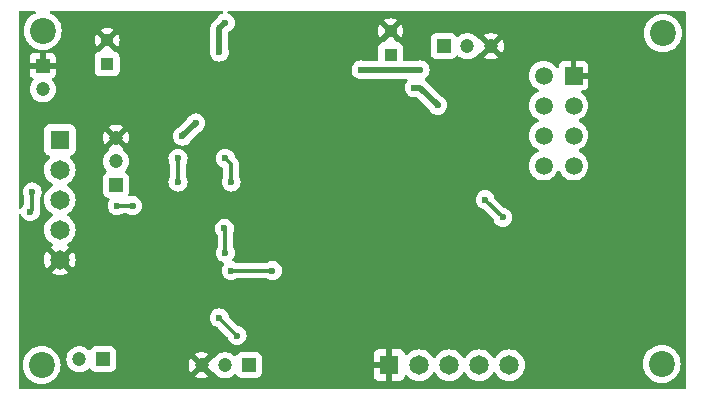
<source format=gbl>
G04 #@! TF.GenerationSoftware,KiCad,Pcbnew,8.0.7*
G04 #@! TF.CreationDate,2025-01-30T16:18:45+01:00*
G04 #@! TF.ProjectId,schematics,73636865-6d61-4746-9963-732e6b696361,rev?*
G04 #@! TF.SameCoordinates,Original*
G04 #@! TF.FileFunction,Copper,L2,Bot*
G04 #@! TF.FilePolarity,Positive*
%FSLAX46Y46*%
G04 Gerber Fmt 4.6, Leading zero omitted, Abs format (unit mm)*
G04 Created by KiCad (PCBNEW 8.0.7) date 2025-01-30 16:18:45*
%MOMM*%
%LPD*%
G01*
G04 APERTURE LIST*
G04 #@! TA.AperFunction,ComponentPad*
%ADD10R,1.100000X1.100000*%
G04 #@! TD*
G04 #@! TA.AperFunction,ComponentPad*
%ADD11C,1.100000*%
G04 #@! TD*
G04 #@! TA.AperFunction,ComponentPad*
%ADD12R,1.200000X1.200000*%
G04 #@! TD*
G04 #@! TA.AperFunction,ComponentPad*
%ADD13C,1.200000*%
G04 #@! TD*
G04 #@! TA.AperFunction,ComponentPad*
%ADD14R,1.500000X1.500000*%
G04 #@! TD*
G04 #@! TA.AperFunction,ComponentPad*
%ADD15C,1.500000*%
G04 #@! TD*
G04 #@! TA.AperFunction,ComponentPad*
%ADD16R,1.650000X1.650000*%
G04 #@! TD*
G04 #@! TA.AperFunction,ComponentPad*
%ADD17C,1.650000*%
G04 #@! TD*
G04 #@! TA.AperFunction,ViaPad*
%ADD18C,2.200000*%
G04 #@! TD*
G04 #@! TA.AperFunction,ViaPad*
%ADD19C,0.600000*%
G04 #@! TD*
G04 #@! TA.AperFunction,Conductor*
%ADD20C,0.200000*%
G04 #@! TD*
G04 #@! TA.AperFunction,Conductor*
%ADD21C,0.500000*%
G04 #@! TD*
G04 #@! TA.AperFunction,Conductor*
%ADD22C,0.300000*%
G04 #@! TD*
G04 APERTURE END LIST*
D10*
X149500000Y-52210000D03*
D11*
X149500000Y-50210000D03*
D12*
X154000000Y-51500000D03*
D13*
X156000000Y-51500000D03*
X158000000Y-51500000D03*
D10*
X125500000Y-53000000D03*
D11*
X125500000Y-51000000D03*
D14*
X164990000Y-53990000D03*
D15*
X164990000Y-56530000D03*
X164990000Y-59070000D03*
X164990000Y-61610000D03*
X162450000Y-53990000D03*
X162450000Y-56530000D03*
X162450000Y-59070000D03*
X162450000Y-61610000D03*
D16*
X149380000Y-78500000D03*
D17*
X151920000Y-78500000D03*
X154460000Y-78500000D03*
X157000000Y-78500000D03*
X159540000Y-78500000D03*
D12*
X120050000Y-53150000D03*
D13*
X120050000Y-55150000D03*
D12*
X126250000Y-63250000D03*
D13*
X126250000Y-61250000D03*
X126250000Y-59250000D03*
D12*
X125150000Y-78000000D03*
D13*
X123150000Y-78000000D03*
D16*
X121500000Y-59420000D03*
D17*
X121500000Y-61960000D03*
X121500000Y-64500000D03*
X121500000Y-67040000D03*
X121500000Y-69580000D03*
D12*
X137500000Y-78500000D03*
D13*
X135500000Y-78500000D03*
X133500000Y-78500000D03*
D18*
X120050000Y-50200000D03*
X119950000Y-78500000D03*
X172550000Y-50400000D03*
X172450000Y-78400000D03*
D19*
X131500000Y-73000000D03*
X145000000Y-70000000D03*
X153000000Y-61000000D03*
X131000000Y-66000000D03*
X129500000Y-60000000D03*
X151000000Y-60500000D03*
X139500000Y-67000000D03*
X145500000Y-50500000D03*
X154000000Y-70500000D03*
X145500000Y-60000000D03*
X130000000Y-78000000D03*
X134000000Y-64500000D03*
X155500000Y-72500000D03*
X130000000Y-50500000D03*
X131500000Y-69500000D03*
X155500000Y-69500000D03*
X153000000Y-71500000D03*
X150000000Y-70500000D03*
X131875735Y-59124265D03*
X153500000Y-56500000D03*
X133000000Y-58000000D03*
X151500000Y-55000000D03*
X152000000Y-53500000D03*
X147000000Y-53500000D03*
X135500000Y-49500000D03*
X135000000Y-52000000D03*
X135500000Y-69000000D03*
X135433235Y-66933235D03*
X131500000Y-63000000D03*
X131500000Y-61000000D03*
X127650000Y-65000000D03*
X126350000Y-65000000D03*
X119000000Y-65500000D03*
X119154265Y-63845735D03*
X135500000Y-61000000D03*
X136000000Y-63000000D03*
X136500000Y-76000000D03*
X135000000Y-74500000D03*
X139500000Y-70500000D03*
X136000000Y-70500000D03*
X157500000Y-64500000D03*
X159000000Y-66000000D03*
D20*
X149380000Y-78500000D02*
X150000000Y-78500000D01*
D21*
X131875735Y-59124265D02*
X133000000Y-58000000D01*
X153500000Y-56500000D02*
X152000000Y-55000000D01*
X152000000Y-55000000D02*
X151500000Y-55000000D01*
X135000000Y-50000000D02*
X135000000Y-52000000D01*
X147000000Y-53500000D02*
X152000000Y-53500000D01*
X135500000Y-49500000D02*
X135000000Y-50000000D01*
D20*
X135500000Y-67000000D02*
X135433235Y-66933235D01*
D22*
X135500000Y-67000000D02*
X135500000Y-69000000D01*
X131500000Y-63000000D02*
X131500000Y-61000000D01*
X126350000Y-65000000D02*
X127650000Y-65000000D01*
D20*
X119154265Y-65345735D02*
X119000000Y-65500000D01*
D22*
X119154265Y-63845735D02*
X119154265Y-65345735D01*
X136000000Y-61500000D02*
X135500000Y-61000000D01*
X136000000Y-63000000D02*
X136000000Y-61500000D01*
X135000000Y-74500000D02*
X136500000Y-76000000D01*
X136000000Y-70500000D02*
X139500000Y-70500000D01*
X157500000Y-64500000D02*
X159000000Y-66000000D01*
G04 #@! TA.AperFunction,Conductor*
G36*
X119414295Y-48520185D02*
G01*
X119460050Y-48572989D01*
X119469994Y-48642147D01*
X119440969Y-48705703D01*
X119394708Y-48739061D01*
X119321144Y-48769531D01*
X119321141Y-48769533D01*
X119106346Y-48901160D01*
X119106343Y-48901161D01*
X118914776Y-49064776D01*
X118751161Y-49256343D01*
X118751160Y-49256346D01*
X118619533Y-49471140D01*
X118523126Y-49703889D01*
X118464317Y-49948848D01*
X118444551Y-50200000D01*
X118464317Y-50451151D01*
X118523126Y-50696110D01*
X118619533Y-50928859D01*
X118751160Y-51143653D01*
X118751161Y-51143656D01*
X118770166Y-51165908D01*
X118914776Y-51335224D01*
X119011301Y-51417664D01*
X119106343Y-51498838D01*
X119106345Y-51498838D01*
X119126661Y-51511288D01*
X119321140Y-51630466D01*
X119539944Y-51721097D01*
X119553889Y-51726873D01*
X119798852Y-51785683D01*
X120050000Y-51805449D01*
X120301148Y-51785683D01*
X120546111Y-51726873D01*
X120778859Y-51630466D01*
X120993659Y-51498836D01*
X121185224Y-51335224D01*
X121348836Y-51143659D01*
X121436871Y-51000000D01*
X124444919Y-51000000D01*
X124465191Y-51205834D01*
X124525233Y-51403764D01*
X124600976Y-51545468D01*
X125146446Y-51000000D01*
X125100368Y-50953922D01*
X125150000Y-50953922D01*
X125150000Y-51046078D01*
X125173852Y-51135095D01*
X125219930Y-51214905D01*
X125285095Y-51280070D01*
X125364905Y-51326148D01*
X125453922Y-51350000D01*
X125546078Y-51350000D01*
X125635095Y-51326148D01*
X125714905Y-51280070D01*
X125780070Y-51214905D01*
X125826148Y-51135095D01*
X125850000Y-51046078D01*
X125850000Y-50999999D01*
X125853554Y-50999999D01*
X125853554Y-51000000D01*
X126399023Y-51545469D01*
X126474766Y-51403764D01*
X126534808Y-51205834D01*
X126555080Y-51000000D01*
X126534808Y-50794165D01*
X126474766Y-50596235D01*
X126399022Y-50454530D01*
X125853554Y-50999999D01*
X125850000Y-50999999D01*
X125850000Y-50953922D01*
X125826148Y-50864905D01*
X125780070Y-50785095D01*
X125714905Y-50719930D01*
X125635095Y-50673852D01*
X125546078Y-50650000D01*
X125453922Y-50650000D01*
X125364905Y-50673852D01*
X125285095Y-50719930D01*
X125219930Y-50785095D01*
X125173852Y-50864905D01*
X125150000Y-50953922D01*
X125100368Y-50953922D01*
X124600976Y-50454530D01*
X124600975Y-50454530D01*
X124525233Y-50596233D01*
X124465191Y-50794165D01*
X124444919Y-51000000D01*
X121436871Y-51000000D01*
X121480466Y-50928859D01*
X121576873Y-50696111D01*
X121635683Y-50451148D01*
X121655449Y-50200000D01*
X121647655Y-50100975D01*
X124954530Y-50100975D01*
X124954530Y-50100976D01*
X125500000Y-50646446D01*
X125500001Y-50646446D01*
X126045468Y-50100976D01*
X125903764Y-50025233D01*
X125705834Y-49965191D01*
X125500000Y-49944919D01*
X125294165Y-49965191D01*
X125096233Y-50025233D01*
X124954530Y-50100975D01*
X121647655Y-50100975D01*
X121635683Y-49948852D01*
X121576873Y-49703889D01*
X121552277Y-49644508D01*
X121480466Y-49471140D01*
X121348839Y-49256346D01*
X121348838Y-49256343D01*
X121263782Y-49156756D01*
X121185224Y-49064776D01*
X121058571Y-48956604D01*
X120993656Y-48901161D01*
X120993653Y-48901160D01*
X120778858Y-48769533D01*
X120778855Y-48769531D01*
X120705292Y-48739061D01*
X120650888Y-48695220D01*
X120628823Y-48628926D01*
X120646102Y-48561227D01*
X120697239Y-48513616D01*
X120752744Y-48500500D01*
X135202886Y-48500500D01*
X135269925Y-48520185D01*
X135315680Y-48572989D01*
X135325624Y-48642147D01*
X135296599Y-48705703D01*
X135243840Y-48741542D01*
X135150478Y-48774210D01*
X134997737Y-48870184D01*
X134870184Y-48997737D01*
X134774211Y-49150478D01*
X134771188Y-49156756D01*
X134769362Y-49155876D01*
X134746694Y-49191937D01*
X134417047Y-49521585D01*
X134382080Y-49573916D01*
X134382081Y-49573917D01*
X134334913Y-49644508D01*
X134278343Y-49781082D01*
X134278340Y-49781092D01*
X134249500Y-49926079D01*
X134249500Y-51700028D01*
X134242542Y-51740982D01*
X134214631Y-51820747D01*
X134194435Y-51999996D01*
X134194435Y-52000003D01*
X134214630Y-52179249D01*
X134214631Y-52179254D01*
X134274211Y-52349523D01*
X134361786Y-52488897D01*
X134370184Y-52502262D01*
X134497738Y-52629816D01*
X134572848Y-52677011D01*
X134632721Y-52714632D01*
X134650478Y-52725789D01*
X134730509Y-52753793D01*
X134820745Y-52785368D01*
X134820750Y-52785369D01*
X134999996Y-52805565D01*
X135000000Y-52805565D01*
X135000004Y-52805565D01*
X135179249Y-52785369D01*
X135179252Y-52785368D01*
X135179255Y-52785368D01*
X135349522Y-52725789D01*
X135502262Y-52629816D01*
X135629816Y-52502262D01*
X135725789Y-52349522D01*
X135785368Y-52179255D01*
X135788904Y-52147872D01*
X135805565Y-52000003D01*
X135805565Y-51999996D01*
X135791226Y-51872741D01*
X135785368Y-51820745D01*
X135757458Y-51740982D01*
X135750500Y-51700028D01*
X135750500Y-50362230D01*
X135770185Y-50295191D01*
X135786819Y-50274549D01*
X135808061Y-50253307D01*
X135844130Y-50230647D01*
X135843246Y-50228811D01*
X135849518Y-50225790D01*
X135849522Y-50225789D01*
X135874650Y-50210000D01*
X148444919Y-50210000D01*
X148465191Y-50415834D01*
X148525233Y-50613764D01*
X148600976Y-50755468D01*
X149146446Y-50210000D01*
X149100368Y-50163922D01*
X149150000Y-50163922D01*
X149150000Y-50256078D01*
X149173852Y-50345095D01*
X149219930Y-50424905D01*
X149285095Y-50490070D01*
X149364905Y-50536148D01*
X149453922Y-50560000D01*
X149546078Y-50560000D01*
X149635095Y-50536148D01*
X149714905Y-50490070D01*
X149780070Y-50424905D01*
X149826148Y-50345095D01*
X149850000Y-50256078D01*
X149850000Y-50209999D01*
X149853554Y-50209999D01*
X149853554Y-50210000D01*
X150399023Y-50755469D01*
X150474766Y-50613764D01*
X150534808Y-50415834D01*
X150555080Y-50210000D01*
X150534808Y-50004165D01*
X150474766Y-49806235D01*
X150399022Y-49664530D01*
X149853554Y-50209999D01*
X149850000Y-50209999D01*
X149850000Y-50163922D01*
X149826148Y-50074905D01*
X149780070Y-49995095D01*
X149714905Y-49929930D01*
X149635095Y-49883852D01*
X149546078Y-49860000D01*
X149453922Y-49860000D01*
X149364905Y-49883852D01*
X149285095Y-49929930D01*
X149219930Y-49995095D01*
X149173852Y-50074905D01*
X149150000Y-50163922D01*
X149100368Y-50163922D01*
X148600976Y-49664530D01*
X148600975Y-49664530D01*
X148525233Y-49806233D01*
X148465191Y-50004165D01*
X148444919Y-50210000D01*
X135874650Y-50210000D01*
X136002262Y-50129816D01*
X136129816Y-50002262D01*
X136225789Y-49849522D01*
X136285368Y-49679255D01*
X136285369Y-49679249D01*
X136305565Y-49500003D01*
X136305565Y-49499996D01*
X136285369Y-49320750D01*
X136285368Y-49320745D01*
X136281949Y-49310975D01*
X148954530Y-49310975D01*
X148954530Y-49310976D01*
X149500000Y-49856446D01*
X149500001Y-49856446D01*
X150045468Y-49310976D01*
X149903764Y-49235233D01*
X149705834Y-49175191D01*
X149500000Y-49154919D01*
X149294165Y-49175191D01*
X149096233Y-49235233D01*
X148954530Y-49310975D01*
X136281949Y-49310975D01*
X136234436Y-49175191D01*
X136225789Y-49150478D01*
X136129816Y-48997738D01*
X136002262Y-48870184D01*
X135849521Y-48774210D01*
X135756160Y-48741542D01*
X135699383Y-48700820D01*
X135673636Y-48635867D01*
X135687092Y-48567306D01*
X135735479Y-48516903D01*
X135797114Y-48500500D01*
X174375500Y-48500500D01*
X174442539Y-48520185D01*
X174488294Y-48572989D01*
X174499500Y-48624500D01*
X174499500Y-80375500D01*
X174479815Y-80442539D01*
X174427011Y-80488294D01*
X174375500Y-80499500D01*
X118124500Y-80499500D01*
X118057461Y-80479815D01*
X118011706Y-80427011D01*
X118000500Y-80375500D01*
X118000500Y-78500000D01*
X118344551Y-78500000D01*
X118364317Y-78751151D01*
X118423126Y-78996110D01*
X118519533Y-79228859D01*
X118651160Y-79443653D01*
X118651161Y-79443656D01*
X118690183Y-79489344D01*
X118814776Y-79635224D01*
X118889260Y-79698839D01*
X119006343Y-79798838D01*
X119006346Y-79798839D01*
X119221140Y-79930466D01*
X119453889Y-80026873D01*
X119698852Y-80085683D01*
X119950000Y-80105449D01*
X120201148Y-80085683D01*
X120446111Y-80026873D01*
X120678859Y-79930466D01*
X120893659Y-79798836D01*
X121085224Y-79635224D01*
X121248836Y-79443659D01*
X121380466Y-79228859D01*
X121476873Y-78996111D01*
X121535683Y-78751148D01*
X121555449Y-78500000D01*
X121535683Y-78248852D01*
X121476873Y-78003889D01*
X121475262Y-77999999D01*
X122044785Y-77999999D01*
X122044785Y-78000000D01*
X122063602Y-78203082D01*
X122119417Y-78399247D01*
X122119422Y-78399260D01*
X122210327Y-78581821D01*
X122333237Y-78744581D01*
X122483958Y-78881980D01*
X122483960Y-78881982D01*
X122577841Y-78940110D01*
X122657363Y-78989348D01*
X122847544Y-79063024D01*
X123048024Y-79100500D01*
X123048026Y-79100500D01*
X123251974Y-79100500D01*
X123251976Y-79100500D01*
X123452456Y-79063024D01*
X123642637Y-78989348D01*
X123816041Y-78881981D01*
X123908017Y-78798133D01*
X123970818Y-78767518D01*
X124040205Y-78775715D01*
X124094146Y-78820125D01*
X124101673Y-78834698D01*
X124101953Y-78834546D01*
X124106206Y-78842335D01*
X124192452Y-78957544D01*
X124192455Y-78957547D01*
X124307664Y-79043793D01*
X124307671Y-79043797D01*
X124442517Y-79094091D01*
X124442516Y-79094091D01*
X124449444Y-79094835D01*
X124502127Y-79100500D01*
X125797872Y-79100499D01*
X125857483Y-79094091D01*
X125992331Y-79043796D01*
X126107546Y-78957546D01*
X126193796Y-78842331D01*
X126244091Y-78707483D01*
X126250500Y-78647873D01*
X126250500Y-78499999D01*
X132395287Y-78499999D01*
X132395287Y-78500000D01*
X132414096Y-78702989D01*
X132414097Y-78702992D01*
X132469883Y-78899063D01*
X132469886Y-78899069D01*
X132560751Y-79081551D01*
X132562533Y-79083911D01*
X133100000Y-78546445D01*
X133100000Y-78552661D01*
X133127259Y-78654394D01*
X133179920Y-78745606D01*
X133254394Y-78820080D01*
X133345606Y-78872741D01*
X133447339Y-78900000D01*
X133453553Y-78900000D01*
X132919311Y-79434240D01*
X133007585Y-79488897D01*
X133197678Y-79562539D01*
X133398072Y-79600000D01*
X133601928Y-79600000D01*
X133802322Y-79562539D01*
X133992412Y-79488899D01*
X133992416Y-79488897D01*
X134080686Y-79434241D01*
X134080686Y-79434240D01*
X133546448Y-78900000D01*
X133552661Y-78900000D01*
X133654394Y-78872741D01*
X133745606Y-78820080D01*
X133820080Y-78745606D01*
X133872741Y-78654394D01*
X133900000Y-78552661D01*
X133900000Y-78546447D01*
X134437465Y-79083912D01*
X134488683Y-79080363D01*
X134556923Y-79095365D01*
X134596210Y-79129339D01*
X134683237Y-79244580D01*
X134833958Y-79381980D01*
X134833960Y-79381982D01*
X134833962Y-79381983D01*
X135007363Y-79489348D01*
X135197544Y-79563024D01*
X135398024Y-79600500D01*
X135398026Y-79600500D01*
X135601974Y-79600500D01*
X135601976Y-79600500D01*
X135802456Y-79563024D01*
X135992637Y-79489348D01*
X136166041Y-79381981D01*
X136258017Y-79298133D01*
X136320818Y-79267518D01*
X136390205Y-79275715D01*
X136444146Y-79320125D01*
X136451673Y-79334698D01*
X136451953Y-79334546D01*
X136456206Y-79342335D01*
X136542452Y-79457544D01*
X136542455Y-79457547D01*
X136657664Y-79543793D01*
X136657671Y-79543797D01*
X136792517Y-79594091D01*
X136792516Y-79594091D01*
X136799444Y-79594835D01*
X136852127Y-79600500D01*
X138147872Y-79600499D01*
X138207483Y-79594091D01*
X138342331Y-79543796D01*
X138457546Y-79457546D01*
X138543796Y-79342331D01*
X138594091Y-79207483D01*
X138600500Y-79147873D01*
X138600499Y-77852128D01*
X138594091Y-77792517D01*
X138586118Y-77771141D01*
X138543797Y-77657671D01*
X138543793Y-77657664D01*
X138520954Y-77627155D01*
X148055000Y-77627155D01*
X148055000Y-78250000D01*
X148889252Y-78250000D01*
X148867482Y-78287708D01*
X148830000Y-78427591D01*
X148830000Y-78572409D01*
X148867482Y-78712292D01*
X148889252Y-78750000D01*
X148055000Y-78750000D01*
X148055000Y-79372844D01*
X148061401Y-79432372D01*
X148061403Y-79432379D01*
X148111645Y-79567086D01*
X148111649Y-79567093D01*
X148197809Y-79682187D01*
X148197812Y-79682190D01*
X148312906Y-79768350D01*
X148312913Y-79768354D01*
X148447620Y-79818596D01*
X148447627Y-79818598D01*
X148507155Y-79824999D01*
X148507172Y-79825000D01*
X149130000Y-79825000D01*
X149130000Y-78990747D01*
X149167708Y-79012518D01*
X149307591Y-79050000D01*
X149452409Y-79050000D01*
X149592292Y-79012518D01*
X149630000Y-78990747D01*
X149630000Y-79825000D01*
X150252828Y-79825000D01*
X150252844Y-79824999D01*
X150312372Y-79818598D01*
X150312379Y-79818596D01*
X150447086Y-79768354D01*
X150447093Y-79768350D01*
X150562187Y-79682190D01*
X150562190Y-79682187D01*
X150648350Y-79567093D01*
X150648354Y-79567086D01*
X150698596Y-79432379D01*
X150700380Y-79424832D01*
X150703160Y-79425488D01*
X150724721Y-79373405D01*
X150782104Y-79333544D01*
X150851929Y-79331035D01*
X150908970Y-79363509D01*
X151064731Y-79519270D01*
X151254718Y-79652301D01*
X151464921Y-79750320D01*
X151688950Y-79810349D01*
X151853985Y-79824787D01*
X151919998Y-79830563D01*
X151920000Y-79830563D01*
X151920002Y-79830563D01*
X151983586Y-79825000D01*
X152151050Y-79810349D01*
X152375079Y-79750320D01*
X152585282Y-79652301D01*
X152775269Y-79519270D01*
X152939270Y-79355269D01*
X153072301Y-79165282D01*
X153077618Y-79153878D01*
X153123790Y-79101440D01*
X153190984Y-79082288D01*
X153257865Y-79102504D01*
X153302381Y-79153878D01*
X153307699Y-79165282D01*
X153440730Y-79355269D01*
X153604731Y-79519270D01*
X153794718Y-79652301D01*
X154004921Y-79750320D01*
X154228950Y-79810349D01*
X154393985Y-79824787D01*
X154459998Y-79830563D01*
X154460000Y-79830563D01*
X154460002Y-79830563D01*
X154523586Y-79825000D01*
X154691050Y-79810349D01*
X154915079Y-79750320D01*
X155125282Y-79652301D01*
X155315269Y-79519270D01*
X155479270Y-79355269D01*
X155612301Y-79165282D01*
X155617618Y-79153878D01*
X155663790Y-79101440D01*
X155730984Y-79082288D01*
X155797865Y-79102504D01*
X155842381Y-79153878D01*
X155847699Y-79165282D01*
X155980730Y-79355269D01*
X156144731Y-79519270D01*
X156334718Y-79652301D01*
X156544921Y-79750320D01*
X156768950Y-79810349D01*
X156933985Y-79824787D01*
X156999998Y-79830563D01*
X157000000Y-79830563D01*
X157000002Y-79830563D01*
X157063586Y-79825000D01*
X157231050Y-79810349D01*
X157455079Y-79750320D01*
X157665282Y-79652301D01*
X157855269Y-79519270D01*
X158019270Y-79355269D01*
X158152301Y-79165282D01*
X158157618Y-79153878D01*
X158203790Y-79101440D01*
X158270984Y-79082288D01*
X158337865Y-79102504D01*
X158382381Y-79153878D01*
X158387699Y-79165282D01*
X158520730Y-79355269D01*
X158684731Y-79519270D01*
X158874718Y-79652301D01*
X159084921Y-79750320D01*
X159308950Y-79810349D01*
X159473985Y-79824787D01*
X159539998Y-79830563D01*
X159540000Y-79830563D01*
X159540002Y-79830563D01*
X159603586Y-79825000D01*
X159771050Y-79810349D01*
X159995079Y-79750320D01*
X160205282Y-79652301D01*
X160395269Y-79519270D01*
X160559270Y-79355269D01*
X160692301Y-79165282D01*
X160790320Y-78955079D01*
X160850349Y-78731050D01*
X160870563Y-78500000D01*
X160861814Y-78400000D01*
X170844551Y-78400000D01*
X170864317Y-78651151D01*
X170923126Y-78896110D01*
X171019533Y-79128859D01*
X171151160Y-79343653D01*
X171151161Y-79343656D01*
X171176090Y-79372844D01*
X171314776Y-79535224D01*
X171431860Y-79635223D01*
X171506343Y-79698838D01*
X171506346Y-79698839D01*
X171721140Y-79830466D01*
X171953889Y-79926873D01*
X172198852Y-79985683D01*
X172450000Y-80005449D01*
X172701148Y-79985683D01*
X172946111Y-79926873D01*
X173178859Y-79830466D01*
X173393659Y-79698836D01*
X173585224Y-79535224D01*
X173748836Y-79343659D01*
X173880466Y-79128859D01*
X173976873Y-78896111D01*
X174035683Y-78651148D01*
X174055449Y-78400000D01*
X174035683Y-78148852D01*
X173976873Y-77903889D01*
X173880466Y-77671140D01*
X173748839Y-77456346D01*
X173748838Y-77456343D01*
X173670632Y-77364776D01*
X173585224Y-77264776D01*
X173413394Y-77118019D01*
X173393656Y-77101161D01*
X173393653Y-77101160D01*
X173178859Y-76969533D01*
X172946110Y-76873126D01*
X172701151Y-76814317D01*
X172450000Y-76794551D01*
X172198848Y-76814317D01*
X171953889Y-76873126D01*
X171721140Y-76969533D01*
X171506346Y-77101160D01*
X171506343Y-77101161D01*
X171314776Y-77264776D01*
X171151161Y-77456343D01*
X171151160Y-77456346D01*
X171019533Y-77671140D01*
X170923126Y-77903889D01*
X170864317Y-78148848D01*
X170844551Y-78400000D01*
X160861814Y-78400000D01*
X160850349Y-78268950D01*
X160790320Y-78044921D01*
X160692301Y-77834719D01*
X160692299Y-77834716D01*
X160692298Y-77834714D01*
X160559273Y-77644735D01*
X160559268Y-77644729D01*
X160395269Y-77480730D01*
X160360242Y-77456204D01*
X160205282Y-77347699D01*
X159995079Y-77249680D01*
X159995076Y-77249679D01*
X159995074Y-77249678D01*
X159771051Y-77189651D01*
X159771044Y-77189650D01*
X159540002Y-77169437D01*
X159539998Y-77169437D01*
X159308955Y-77189650D01*
X159308948Y-77189651D01*
X159084917Y-77249681D01*
X158874718Y-77347699D01*
X158874714Y-77347701D01*
X158684735Y-77480726D01*
X158684729Y-77480731D01*
X158520731Y-77644729D01*
X158520726Y-77644735D01*
X158387701Y-77834714D01*
X158387698Y-77834720D01*
X158382381Y-77846123D01*
X158336207Y-77898562D01*
X158269013Y-77917712D01*
X158202133Y-77897495D01*
X158157619Y-77846123D01*
X158152301Y-77834720D01*
X158152298Y-77834714D01*
X158019273Y-77644735D01*
X158019268Y-77644729D01*
X157855269Y-77480730D01*
X157820242Y-77456204D01*
X157665282Y-77347699D01*
X157455079Y-77249680D01*
X157455076Y-77249679D01*
X157455074Y-77249678D01*
X157231051Y-77189651D01*
X157231044Y-77189650D01*
X157000002Y-77169437D01*
X156999998Y-77169437D01*
X156768955Y-77189650D01*
X156768948Y-77189651D01*
X156544917Y-77249681D01*
X156334718Y-77347699D01*
X156334714Y-77347701D01*
X156144735Y-77480726D01*
X156144729Y-77480731D01*
X155980731Y-77644729D01*
X155980726Y-77644735D01*
X155847701Y-77834714D01*
X155847698Y-77834720D01*
X155842381Y-77846123D01*
X155796207Y-77898562D01*
X155729013Y-77917712D01*
X155662133Y-77897495D01*
X155617619Y-77846123D01*
X155612301Y-77834720D01*
X155612298Y-77834714D01*
X155479273Y-77644735D01*
X155479268Y-77644729D01*
X155315269Y-77480730D01*
X155280242Y-77456204D01*
X155125282Y-77347699D01*
X154915079Y-77249680D01*
X154915076Y-77249679D01*
X154915074Y-77249678D01*
X154691051Y-77189651D01*
X154691044Y-77189650D01*
X154460002Y-77169437D01*
X154459998Y-77169437D01*
X154228955Y-77189650D01*
X154228948Y-77189651D01*
X154004917Y-77249681D01*
X153794718Y-77347699D01*
X153794714Y-77347701D01*
X153604735Y-77480726D01*
X153604729Y-77480731D01*
X153440731Y-77644729D01*
X153440726Y-77644735D01*
X153307701Y-77834714D01*
X153307698Y-77834720D01*
X153302381Y-77846123D01*
X153256207Y-77898562D01*
X153189013Y-77917712D01*
X153122133Y-77897495D01*
X153077619Y-77846123D01*
X153072301Y-77834720D01*
X153072298Y-77834714D01*
X152939273Y-77644735D01*
X152939268Y-77644729D01*
X152775269Y-77480730D01*
X152740242Y-77456204D01*
X152585282Y-77347699D01*
X152375079Y-77249680D01*
X152375076Y-77249679D01*
X152375074Y-77249678D01*
X152151051Y-77189651D01*
X152151044Y-77189650D01*
X151920002Y-77169437D01*
X151919998Y-77169437D01*
X151688955Y-77189650D01*
X151688948Y-77189651D01*
X151464917Y-77249681D01*
X151254718Y-77347699D01*
X151254714Y-77347701D01*
X151064735Y-77480726D01*
X150908970Y-77636491D01*
X150847647Y-77669975D01*
X150777955Y-77664991D01*
X150722022Y-77623119D01*
X150702923Y-77574567D01*
X150700380Y-77575168D01*
X150698596Y-77567620D01*
X150648354Y-77432913D01*
X150648350Y-77432906D01*
X150562190Y-77317812D01*
X150562187Y-77317809D01*
X150447093Y-77231649D01*
X150447086Y-77231645D01*
X150312379Y-77181403D01*
X150312372Y-77181401D01*
X150252844Y-77175000D01*
X149630000Y-77175000D01*
X149630000Y-78009252D01*
X149592292Y-77987482D01*
X149452409Y-77950000D01*
X149307591Y-77950000D01*
X149167708Y-77987482D01*
X149130000Y-78009252D01*
X149130000Y-77175000D01*
X148507155Y-77175000D01*
X148447627Y-77181401D01*
X148447620Y-77181403D01*
X148312913Y-77231645D01*
X148312906Y-77231649D01*
X148197812Y-77317809D01*
X148197809Y-77317812D01*
X148111649Y-77432906D01*
X148111645Y-77432913D01*
X148061403Y-77567620D01*
X148061401Y-77567627D01*
X148055000Y-77627155D01*
X138520954Y-77627155D01*
X138457547Y-77542455D01*
X138457544Y-77542452D01*
X138342335Y-77456206D01*
X138342328Y-77456202D01*
X138207482Y-77405908D01*
X138207483Y-77405908D01*
X138147883Y-77399501D01*
X138147881Y-77399500D01*
X138147873Y-77399500D01*
X138147864Y-77399500D01*
X136852129Y-77399500D01*
X136852123Y-77399501D01*
X136792516Y-77405908D01*
X136657671Y-77456202D01*
X136657664Y-77456206D01*
X136542455Y-77542452D01*
X136542452Y-77542455D01*
X136456206Y-77657664D01*
X136451953Y-77665454D01*
X136449741Y-77664246D01*
X136415840Y-77709511D01*
X136350370Y-77733913D01*
X136282101Y-77719045D01*
X136258015Y-77701864D01*
X136166041Y-77618019D01*
X136166039Y-77618017D01*
X135992642Y-77510655D01*
X135992635Y-77510651D01*
X135852443Y-77456341D01*
X135802456Y-77436976D01*
X135601976Y-77399500D01*
X135398024Y-77399500D01*
X135197544Y-77436976D01*
X135197541Y-77436976D01*
X135197541Y-77436977D01*
X135007364Y-77510651D01*
X135007357Y-77510655D01*
X134833960Y-77618017D01*
X134833958Y-77618019D01*
X134683236Y-77755419D01*
X134596206Y-77870665D01*
X134540097Y-77912300D01*
X134488669Y-77919640D01*
X134437465Y-77916087D01*
X133900000Y-78453552D01*
X133900000Y-78447339D01*
X133872741Y-78345606D01*
X133820080Y-78254394D01*
X133745606Y-78179920D01*
X133654394Y-78127259D01*
X133552661Y-78100000D01*
X133546447Y-78100000D01*
X134080687Y-77565758D01*
X133992413Y-77511101D01*
X133992411Y-77511100D01*
X133802321Y-77437460D01*
X133601928Y-77400000D01*
X133398072Y-77400000D01*
X133197678Y-77437460D01*
X133007588Y-77511100D01*
X133007581Y-77511104D01*
X132919312Y-77565757D01*
X132919311Y-77565758D01*
X133453554Y-78100000D01*
X133447339Y-78100000D01*
X133345606Y-78127259D01*
X133254394Y-78179920D01*
X133179920Y-78254394D01*
X133127259Y-78345606D01*
X133100000Y-78447339D01*
X133100000Y-78453554D01*
X132562533Y-77916087D01*
X132560755Y-77918442D01*
X132560754Y-77918443D01*
X132469886Y-78100930D01*
X132469883Y-78100936D01*
X132414097Y-78297007D01*
X132414096Y-78297010D01*
X132395287Y-78499999D01*
X126250500Y-78499999D01*
X126250499Y-77352128D01*
X126244091Y-77292517D01*
X126233744Y-77264776D01*
X126193797Y-77157671D01*
X126193793Y-77157664D01*
X126107547Y-77042455D01*
X126107544Y-77042452D01*
X125992335Y-76956206D01*
X125992328Y-76956202D01*
X125857482Y-76905908D01*
X125857483Y-76905908D01*
X125797883Y-76899501D01*
X125797881Y-76899500D01*
X125797873Y-76899500D01*
X125797864Y-76899500D01*
X124502129Y-76899500D01*
X124502123Y-76899501D01*
X124442516Y-76905908D01*
X124307671Y-76956202D01*
X124307664Y-76956206D01*
X124192455Y-77042452D01*
X124192452Y-77042455D01*
X124106206Y-77157664D01*
X124101953Y-77165454D01*
X124099741Y-77164246D01*
X124065840Y-77209511D01*
X124000370Y-77233913D01*
X123932101Y-77219045D01*
X123908015Y-77201864D01*
X123816041Y-77118019D01*
X123816039Y-77118017D01*
X123642642Y-77010655D01*
X123642635Y-77010651D01*
X123536496Y-76969533D01*
X123452456Y-76936976D01*
X123251976Y-76899500D01*
X123048024Y-76899500D01*
X122847544Y-76936976D01*
X122847541Y-76936976D01*
X122847541Y-76936977D01*
X122657364Y-77010651D01*
X122657357Y-77010655D01*
X122483960Y-77118017D01*
X122483958Y-77118019D01*
X122333237Y-77255418D01*
X122210327Y-77418178D01*
X122119422Y-77600739D01*
X122119417Y-77600752D01*
X122063602Y-77796917D01*
X122044785Y-77999999D01*
X121475262Y-77999999D01*
X121441371Y-77918179D01*
X121380466Y-77771140D01*
X121248839Y-77556346D01*
X121248838Y-77556343D01*
X121184258Y-77480730D01*
X121085224Y-77364776D01*
X120932003Y-77233913D01*
X120893656Y-77201161D01*
X120893653Y-77201160D01*
X120678859Y-77069533D01*
X120446110Y-76973126D01*
X120201151Y-76914317D01*
X119950000Y-76894551D01*
X119698848Y-76914317D01*
X119453889Y-76973126D01*
X119221140Y-77069533D01*
X119006346Y-77201160D01*
X119006343Y-77201161D01*
X118814776Y-77364776D01*
X118651161Y-77556343D01*
X118651160Y-77556346D01*
X118519533Y-77771140D01*
X118423126Y-78003889D01*
X118364317Y-78248848D01*
X118344551Y-78500000D01*
X118000500Y-78500000D01*
X118000500Y-74499996D01*
X134194435Y-74499996D01*
X134194435Y-74500003D01*
X134214630Y-74679249D01*
X134214631Y-74679254D01*
X134274211Y-74849523D01*
X134370184Y-75002262D01*
X134497738Y-75129816D01*
X134574863Y-75178277D01*
X134632721Y-75214632D01*
X134650478Y-75225789D01*
X134820745Y-75285368D01*
X134827974Y-75286182D01*
X134892388Y-75313246D01*
X134901776Y-75321722D01*
X135678277Y-76098223D01*
X135711762Y-76159546D01*
X135713815Y-76172012D01*
X135714630Y-76179246D01*
X135714632Y-76179255D01*
X135774210Y-76349521D01*
X135870184Y-76502262D01*
X135997738Y-76629816D01*
X136150478Y-76725789D01*
X136320745Y-76785368D01*
X136320750Y-76785369D01*
X136499996Y-76805565D01*
X136500000Y-76805565D01*
X136500004Y-76805565D01*
X136679249Y-76785369D01*
X136679252Y-76785368D01*
X136679255Y-76785368D01*
X136849522Y-76725789D01*
X137002262Y-76629816D01*
X137129816Y-76502262D01*
X137225789Y-76349522D01*
X137285368Y-76179255D01*
X137305565Y-76000000D01*
X137285368Y-75820745D01*
X137225789Y-75650478D01*
X137129816Y-75497738D01*
X137002262Y-75370184D01*
X136849521Y-75274210D01*
X136679255Y-75214632D01*
X136679246Y-75214630D01*
X136672012Y-75213815D01*
X136607600Y-75186744D01*
X136598223Y-75178277D01*
X135821722Y-74401776D01*
X135788237Y-74340453D01*
X135786182Y-74327973D01*
X135785368Y-74320745D01*
X135725789Y-74150478D01*
X135629816Y-73997738D01*
X135502262Y-73870184D01*
X135349523Y-73774211D01*
X135179254Y-73714631D01*
X135179249Y-73714630D01*
X135000004Y-73694435D01*
X134999996Y-73694435D01*
X134820750Y-73714630D01*
X134820745Y-73714631D01*
X134650476Y-73774211D01*
X134497737Y-73870184D01*
X134370184Y-73997737D01*
X134274211Y-74150476D01*
X134214631Y-74320745D01*
X134214630Y-74320750D01*
X134194435Y-74499996D01*
X118000500Y-74499996D01*
X118000500Y-65797114D01*
X118020185Y-65730075D01*
X118072989Y-65684320D01*
X118142147Y-65674376D01*
X118205703Y-65703401D01*
X118241542Y-65756160D01*
X118274210Y-65849521D01*
X118298199Y-65887699D01*
X118370184Y-66002262D01*
X118497738Y-66129816D01*
X118650478Y-66225789D01*
X118820745Y-66285368D01*
X118820750Y-66285369D01*
X118999996Y-66305565D01*
X119000000Y-66305565D01*
X119000004Y-66305565D01*
X119179249Y-66285369D01*
X119179252Y-66285368D01*
X119179255Y-66285368D01*
X119349522Y-66225789D01*
X119502262Y-66129816D01*
X119629816Y-66002262D01*
X119725789Y-65849522D01*
X119785368Y-65679255D01*
X119786467Y-65669506D01*
X119805565Y-65500002D01*
X119805565Y-65500001D01*
X119805310Y-65497737D01*
X119800946Y-65459012D01*
X119802550Y-65420932D01*
X119804765Y-65409804D01*
X119804765Y-64350802D01*
X119823772Y-64284829D01*
X119880053Y-64195259D01*
X119880054Y-64195257D01*
X119939633Y-64024990D01*
X119947239Y-63957483D01*
X119959830Y-63845738D01*
X119959830Y-63845731D01*
X119939634Y-63666485D01*
X119939633Y-63666480D01*
X119926803Y-63629815D01*
X119880054Y-63496213D01*
X119870325Y-63480730D01*
X119787882Y-63349523D01*
X119784081Y-63343473D01*
X119656527Y-63215919D01*
X119598167Y-63179249D01*
X119503788Y-63119946D01*
X119333519Y-63060366D01*
X119333514Y-63060365D01*
X119154269Y-63040170D01*
X119154261Y-63040170D01*
X118975015Y-63060365D01*
X118975010Y-63060366D01*
X118804741Y-63119946D01*
X118652002Y-63215919D01*
X118524449Y-63343472D01*
X118428476Y-63496211D01*
X118368896Y-63666480D01*
X118368895Y-63666485D01*
X118348700Y-63845731D01*
X118348700Y-63845738D01*
X118368895Y-64024984D01*
X118368896Y-64024989D01*
X118428476Y-64195259D01*
X118484758Y-64284829D01*
X118503765Y-64350802D01*
X118503765Y-64812794D01*
X118484080Y-64879833D01*
X118467447Y-64900475D01*
X118370183Y-64997739D01*
X118274209Y-65150480D01*
X118241541Y-65243840D01*
X118200820Y-65300616D01*
X118135867Y-65326363D01*
X118067305Y-65312907D01*
X118016903Y-65264519D01*
X118000500Y-65202885D01*
X118000500Y-61959998D01*
X120169437Y-61959998D01*
X120169437Y-61960001D01*
X120189650Y-62191044D01*
X120189651Y-62191051D01*
X120249678Y-62415074D01*
X120249679Y-62415076D01*
X120249680Y-62415079D01*
X120347699Y-62625282D01*
X120480730Y-62815269D01*
X120644731Y-62979270D01*
X120834718Y-63112301D01*
X120846121Y-63117618D01*
X120898560Y-63163790D01*
X120917712Y-63230984D01*
X120897496Y-63297865D01*
X120846123Y-63342381D01*
X120834720Y-63347698D01*
X120834714Y-63347701D01*
X120644735Y-63480726D01*
X120644729Y-63480731D01*
X120480731Y-63644729D01*
X120480726Y-63644735D01*
X120347701Y-63834714D01*
X120347699Y-63834718D01*
X120249681Y-64044917D01*
X120189651Y-64268948D01*
X120189650Y-64268955D01*
X120169437Y-64499998D01*
X120169437Y-64500001D01*
X120189650Y-64731044D01*
X120189651Y-64731051D01*
X120249678Y-64955074D01*
X120249679Y-64955076D01*
X120249680Y-64955079D01*
X120347699Y-65165282D01*
X120480730Y-65355269D01*
X120644731Y-65519270D01*
X120834718Y-65652301D01*
X120846121Y-65657618D01*
X120898560Y-65703790D01*
X120917712Y-65770984D01*
X120897496Y-65837865D01*
X120846123Y-65882381D01*
X120834720Y-65887698D01*
X120834714Y-65887701D01*
X120644735Y-66020726D01*
X120644729Y-66020731D01*
X120480731Y-66184729D01*
X120480726Y-66184735D01*
X120347701Y-66374714D01*
X120347699Y-66374718D01*
X120249681Y-66584917D01*
X120189651Y-66808948D01*
X120189650Y-66808955D01*
X120169437Y-67039998D01*
X120169437Y-67040001D01*
X120189650Y-67271044D01*
X120189651Y-67271051D01*
X120249678Y-67495074D01*
X120249679Y-67495076D01*
X120249680Y-67495079D01*
X120347699Y-67705282D01*
X120480730Y-67895269D01*
X120644731Y-68059270D01*
X120834718Y-68192301D01*
X120846710Y-68197893D01*
X120899149Y-68244062D01*
X120918303Y-68311255D01*
X120898089Y-68378137D01*
X120846717Y-68422655D01*
X120834974Y-68428131D01*
X120756576Y-68483024D01*
X121329765Y-69056212D01*
X121287708Y-69067482D01*
X121162292Y-69139890D01*
X121059890Y-69242292D01*
X120987482Y-69367708D01*
X120976212Y-69409765D01*
X120403024Y-68836576D01*
X120348131Y-68914974D01*
X120250152Y-69125090D01*
X120250148Y-69125099D01*
X120190147Y-69349031D01*
X120190145Y-69349041D01*
X120169939Y-69579999D01*
X120169939Y-69580000D01*
X120190145Y-69810958D01*
X120190147Y-69810968D01*
X120250148Y-70034900D01*
X120250152Y-70034909D01*
X120348132Y-70245029D01*
X120348133Y-70245031D01*
X120403023Y-70323422D01*
X120403023Y-70323423D01*
X120976212Y-69750234D01*
X120987482Y-69792292D01*
X121059890Y-69917708D01*
X121162292Y-70020110D01*
X121287708Y-70092518D01*
X121329765Y-70103787D01*
X120756575Y-70676975D01*
X120834973Y-70731868D01*
X121045090Y-70829847D01*
X121045099Y-70829851D01*
X121269031Y-70889852D01*
X121269041Y-70889854D01*
X121499999Y-70910061D01*
X121500001Y-70910061D01*
X121730958Y-70889854D01*
X121730968Y-70889852D01*
X121954900Y-70829851D01*
X121954909Y-70829847D01*
X122165030Y-70731867D01*
X122243423Y-70676975D01*
X121670234Y-70103787D01*
X121712292Y-70092518D01*
X121837708Y-70020110D01*
X121940110Y-69917708D01*
X122012518Y-69792292D01*
X122023787Y-69750235D01*
X122596975Y-70323423D01*
X122651867Y-70245030D01*
X122749847Y-70034909D01*
X122749851Y-70034900D01*
X122809852Y-69810968D01*
X122809854Y-69810958D01*
X122830061Y-69580000D01*
X122830061Y-69579999D01*
X122809854Y-69349041D01*
X122809852Y-69349031D01*
X122749851Y-69125099D01*
X122749847Y-69125090D01*
X122651868Y-68914972D01*
X122596974Y-68836576D01*
X122023787Y-69409764D01*
X122012518Y-69367708D01*
X121940110Y-69242292D01*
X121837708Y-69139890D01*
X121712292Y-69067482D01*
X121670233Y-69056212D01*
X122243423Y-68483023D01*
X122165031Y-68428133D01*
X122165027Y-68428131D01*
X122153286Y-68422656D01*
X122100848Y-68376482D01*
X122081697Y-68309289D01*
X122101914Y-68242408D01*
X122153289Y-68197893D01*
X122165282Y-68192301D01*
X122355269Y-68059270D01*
X122519270Y-67895269D01*
X122652301Y-67705282D01*
X122750320Y-67495079D01*
X122810349Y-67271050D01*
X122830563Y-67040000D01*
X122821222Y-66933231D01*
X134627670Y-66933231D01*
X134627670Y-66933238D01*
X134647865Y-67112484D01*
X134647866Y-67112489D01*
X134707446Y-67282758D01*
X134803419Y-67435497D01*
X134813181Y-67445259D01*
X134846666Y-67506582D01*
X134849500Y-67532940D01*
X134849500Y-68494931D01*
X134830494Y-68560903D01*
X134774211Y-68650477D01*
X134774209Y-68650481D01*
X134714633Y-68820737D01*
X134714630Y-68820750D01*
X134694435Y-68999996D01*
X134694435Y-69000003D01*
X134714630Y-69179249D01*
X134714631Y-69179254D01*
X134774211Y-69349523D01*
X134870181Y-69502258D01*
X134870184Y-69502262D01*
X134997738Y-69629816D01*
X135033695Y-69652409D01*
X135132721Y-69714632D01*
X135150478Y-69725789D01*
X135288857Y-69774210D01*
X135327318Y-69787668D01*
X135326373Y-69790367D01*
X135376132Y-69818192D01*
X135408998Y-69879848D01*
X135403313Y-69949486D01*
X135375259Y-69992663D01*
X135370183Y-69997738D01*
X135274211Y-70150476D01*
X135214631Y-70320745D01*
X135214630Y-70320750D01*
X135194435Y-70499996D01*
X135194435Y-70500003D01*
X135214630Y-70679249D01*
X135214631Y-70679254D01*
X135274211Y-70849523D01*
X135299552Y-70889852D01*
X135370184Y-71002262D01*
X135497738Y-71129816D01*
X135650478Y-71225789D01*
X135820739Y-71285366D01*
X135820745Y-71285368D01*
X135820750Y-71285369D01*
X135999996Y-71305565D01*
X136000000Y-71305565D01*
X136000004Y-71305565D01*
X136179249Y-71285369D01*
X136179251Y-71285368D01*
X136179255Y-71285368D01*
X136179258Y-71285366D01*
X136179262Y-71285366D01*
X136269377Y-71253832D01*
X136349522Y-71225789D01*
X136439096Y-71169505D01*
X136505068Y-71150500D01*
X138994932Y-71150500D01*
X139060904Y-71169506D01*
X139150477Y-71225789D01*
X139150481Y-71225790D01*
X139320737Y-71285366D01*
X139320743Y-71285367D01*
X139320745Y-71285368D01*
X139320746Y-71285368D01*
X139320750Y-71285369D01*
X139499996Y-71305565D01*
X139500000Y-71305565D01*
X139500004Y-71305565D01*
X139679249Y-71285369D01*
X139679252Y-71285368D01*
X139679255Y-71285368D01*
X139849522Y-71225789D01*
X140002262Y-71129816D01*
X140129816Y-71002262D01*
X140225789Y-70849522D01*
X140285368Y-70679255D01*
X140305565Y-70500000D01*
X140285368Y-70320745D01*
X140225789Y-70150478D01*
X140129816Y-69997738D01*
X140002262Y-69870184D01*
X139939096Y-69830494D01*
X139849523Y-69774211D01*
X139679254Y-69714631D01*
X139679249Y-69714630D01*
X139500004Y-69694435D01*
X139499996Y-69694435D01*
X139320750Y-69714630D01*
X139320737Y-69714633D01*
X139150481Y-69774209D01*
X139150477Y-69774210D01*
X139060904Y-69830494D01*
X138994932Y-69849500D01*
X136505068Y-69849500D01*
X136439096Y-69830494D01*
X136349522Y-69774210D01*
X136349518Y-69774209D01*
X136172682Y-69712331D01*
X136173622Y-69709644D01*
X136123814Y-69681754D01*
X136090985Y-69620077D01*
X136096713Y-69550442D01*
X136124745Y-69507332D01*
X136129816Y-69502262D01*
X136225789Y-69349522D01*
X136285368Y-69179255D01*
X136285369Y-69179249D01*
X136305565Y-69000003D01*
X136305565Y-68999996D01*
X136285369Y-68820750D01*
X136285366Y-68820737D01*
X136225790Y-68650481D01*
X136225789Y-68650478D01*
X136204008Y-68615814D01*
X136169506Y-68560903D01*
X136150500Y-68494931D01*
X136150500Y-67328184D01*
X136157459Y-67287229D01*
X136163123Y-67271044D01*
X136218603Y-67112490D01*
X136218604Y-67112484D01*
X136238800Y-66933238D01*
X136238800Y-66933231D01*
X136218604Y-66753985D01*
X136218603Y-66753980D01*
X136159024Y-66583713D01*
X136063051Y-66430973D01*
X135935497Y-66303419D01*
X135811950Y-66225789D01*
X135782758Y-66207446D01*
X135612489Y-66147866D01*
X135612484Y-66147865D01*
X135433239Y-66127670D01*
X135433231Y-66127670D01*
X135253985Y-66147865D01*
X135253980Y-66147866D01*
X135083711Y-66207446D01*
X134930972Y-66303419D01*
X134803419Y-66430972D01*
X134707446Y-66583711D01*
X134647866Y-66753980D01*
X134647865Y-66753985D01*
X134627670Y-66933231D01*
X122821222Y-66933231D01*
X122810349Y-66808950D01*
X122750320Y-66584921D01*
X122652301Y-66374719D01*
X122652299Y-66374716D01*
X122652298Y-66374714D01*
X122519273Y-66184735D01*
X122519268Y-66184729D01*
X122355269Y-66020730D01*
X122325668Y-66000003D01*
X122165282Y-65887699D01*
X122153878Y-65882381D01*
X122101440Y-65836210D01*
X122082288Y-65769016D01*
X122102504Y-65702135D01*
X122153878Y-65657618D01*
X122165282Y-65652301D01*
X122355269Y-65519270D01*
X122519270Y-65355269D01*
X122652301Y-65165282D01*
X122750320Y-64955079D01*
X122810349Y-64731050D01*
X122830563Y-64500000D01*
X122810349Y-64268950D01*
X122750320Y-64044921D01*
X122652301Y-63834719D01*
X122652299Y-63834716D01*
X122652298Y-63834714D01*
X122519273Y-63644735D01*
X122519268Y-63644729D01*
X122355269Y-63480730D01*
X122355263Y-63480726D01*
X122165282Y-63347699D01*
X122153878Y-63342381D01*
X122101440Y-63296210D01*
X122082288Y-63229016D01*
X122102504Y-63162135D01*
X122153878Y-63117618D01*
X122165282Y-63112301D01*
X122355269Y-62979270D01*
X122519270Y-62815269D01*
X122652301Y-62625282D01*
X122750320Y-62415079D01*
X122810349Y-62191050D01*
X122830563Y-61960000D01*
X122810349Y-61728950D01*
X122750320Y-61504921D01*
X122652301Y-61294719D01*
X122652299Y-61294716D01*
X122652298Y-61294714D01*
X122620988Y-61249999D01*
X125144785Y-61249999D01*
X125144785Y-61250000D01*
X125163602Y-61453082D01*
X125219417Y-61649247D01*
X125219422Y-61649260D01*
X125259106Y-61728955D01*
X125310327Y-61831821D01*
X125433236Y-61994579D01*
X125440448Y-62001154D01*
X125476729Y-62060864D01*
X125474969Y-62130712D01*
X125435726Y-62188520D01*
X125414729Y-62200626D01*
X125415454Y-62201953D01*
X125407664Y-62206206D01*
X125292455Y-62292452D01*
X125292452Y-62292455D01*
X125206206Y-62407664D01*
X125206202Y-62407671D01*
X125155908Y-62542517D01*
X125152782Y-62571598D01*
X125149501Y-62602123D01*
X125149500Y-62602135D01*
X125149500Y-63897870D01*
X125149501Y-63897876D01*
X125155908Y-63957483D01*
X125206202Y-64092328D01*
X125206206Y-64092335D01*
X125292452Y-64207544D01*
X125292455Y-64207547D01*
X125407664Y-64293793D01*
X125407671Y-64293797D01*
X125452618Y-64310561D01*
X125542517Y-64344091D01*
X125602048Y-64350491D01*
X125666596Y-64377228D01*
X125706444Y-64434621D01*
X125708938Y-64504446D01*
X125693784Y-64539752D01*
X125624211Y-64650476D01*
X125564631Y-64820745D01*
X125564630Y-64820750D01*
X125544435Y-64999996D01*
X125544435Y-65000003D01*
X125564630Y-65179249D01*
X125564631Y-65179254D01*
X125624211Y-65349523D01*
X125693011Y-65459017D01*
X125720184Y-65502262D01*
X125847738Y-65629816D01*
X126000478Y-65725789D01*
X126124014Y-65769016D01*
X126170745Y-65785368D01*
X126170750Y-65785369D01*
X126349996Y-65805565D01*
X126350000Y-65805565D01*
X126350004Y-65805565D01*
X126529249Y-65785369D01*
X126529251Y-65785368D01*
X126529255Y-65785368D01*
X126529258Y-65785366D01*
X126529262Y-65785366D01*
X126629416Y-65750320D01*
X126699522Y-65725789D01*
X126789096Y-65669505D01*
X126855068Y-65650500D01*
X127144932Y-65650500D01*
X127210904Y-65669506D01*
X127300477Y-65725789D01*
X127300481Y-65725790D01*
X127470737Y-65785366D01*
X127470743Y-65785367D01*
X127470745Y-65785368D01*
X127470746Y-65785368D01*
X127470750Y-65785369D01*
X127649996Y-65805565D01*
X127650000Y-65805565D01*
X127650004Y-65805565D01*
X127829249Y-65785369D01*
X127829252Y-65785368D01*
X127829255Y-65785368D01*
X127999522Y-65725789D01*
X128152262Y-65629816D01*
X128279816Y-65502262D01*
X128375789Y-65349522D01*
X128435368Y-65179255D01*
X128435369Y-65179249D01*
X128455565Y-65000003D01*
X128455565Y-64999996D01*
X128435369Y-64820750D01*
X128435368Y-64820745D01*
X128403980Y-64731044D01*
X128375789Y-64650478D01*
X128281235Y-64499996D01*
X156694435Y-64499996D01*
X156694435Y-64500003D01*
X156714630Y-64679249D01*
X156714631Y-64679254D01*
X156774211Y-64849523D01*
X156867341Y-64997738D01*
X156870184Y-65002262D01*
X156997738Y-65129816D01*
X157030625Y-65150480D01*
X157132721Y-65214632D01*
X157150478Y-65225789D01*
X157320745Y-65285368D01*
X157327974Y-65286182D01*
X157392388Y-65313246D01*
X157401776Y-65321722D01*
X158178277Y-66098223D01*
X158211762Y-66159546D01*
X158213815Y-66172012D01*
X158214630Y-66179246D01*
X158214632Y-66179255D01*
X158274210Y-66349521D01*
X158290043Y-66374719D01*
X158370184Y-66502262D01*
X158497738Y-66629816D01*
X158650478Y-66725789D01*
X158731058Y-66753985D01*
X158820745Y-66785368D01*
X158820750Y-66785369D01*
X158999996Y-66805565D01*
X159000000Y-66805565D01*
X159000004Y-66805565D01*
X159179249Y-66785369D01*
X159179252Y-66785368D01*
X159179255Y-66785368D01*
X159349522Y-66725789D01*
X159502262Y-66629816D01*
X159629816Y-66502262D01*
X159725789Y-66349522D01*
X159785368Y-66179255D01*
X159788905Y-66147865D01*
X159805565Y-66000003D01*
X159805565Y-65999996D01*
X159785369Y-65820750D01*
X159785368Y-65820745D01*
X159767956Y-65770984D01*
X159725789Y-65650478D01*
X159629816Y-65497738D01*
X159502262Y-65370184D01*
X159469379Y-65349522D01*
X159349521Y-65274210D01*
X159179255Y-65214632D01*
X159179246Y-65214630D01*
X159172012Y-65213815D01*
X159107600Y-65186744D01*
X159098223Y-65178277D01*
X158321722Y-64401776D01*
X158288237Y-64340453D01*
X158286182Y-64327973D01*
X158285368Y-64320745D01*
X158225789Y-64150478D01*
X158129816Y-63997738D01*
X158002262Y-63870184D01*
X157849523Y-63774211D01*
X157679254Y-63714631D01*
X157679249Y-63714630D01*
X157500004Y-63694435D01*
X157499996Y-63694435D01*
X157320750Y-63714630D01*
X157320745Y-63714631D01*
X157150476Y-63774211D01*
X156997737Y-63870184D01*
X156870184Y-63997737D01*
X156774211Y-64150476D01*
X156714631Y-64320745D01*
X156714630Y-64320750D01*
X156694435Y-64499996D01*
X128281235Y-64499996D01*
X128279816Y-64497738D01*
X128152262Y-64370184D01*
X128119344Y-64349500D01*
X127999523Y-64274211D01*
X127829254Y-64214631D01*
X127829249Y-64214630D01*
X127650004Y-64194435D01*
X127649996Y-64194435D01*
X127470750Y-64214630D01*
X127470735Y-64214634D01*
X127464288Y-64216890D01*
X127394509Y-64220451D01*
X127333882Y-64185720D01*
X127301657Y-64123726D01*
X127307153Y-64056516D01*
X127344091Y-63957483D01*
X127350500Y-63897873D01*
X127350499Y-62602128D01*
X127344091Y-62542517D01*
X127339667Y-62530656D01*
X127293797Y-62407671D01*
X127293793Y-62407664D01*
X127207547Y-62292455D01*
X127207544Y-62292452D01*
X127092335Y-62206206D01*
X127084546Y-62201953D01*
X127086238Y-62198852D01*
X127043828Y-62167110D01*
X127019406Y-62101648D01*
X127034252Y-62033374D01*
X127059552Y-62001153D01*
X127066764Y-61994579D01*
X127189673Y-61831821D01*
X127280582Y-61649250D01*
X127336397Y-61453083D01*
X127355215Y-61250000D01*
X127349048Y-61183451D01*
X127336397Y-61046917D01*
X127323047Y-60999996D01*
X130694435Y-60999996D01*
X130694435Y-61000003D01*
X130714630Y-61179249D01*
X130714631Y-61179254D01*
X130774211Y-61349524D01*
X130830493Y-61439094D01*
X130849500Y-61505067D01*
X130849500Y-62494931D01*
X130830494Y-62560903D01*
X130774211Y-62650477D01*
X130774209Y-62650481D01*
X130714633Y-62820737D01*
X130714630Y-62820750D01*
X130694435Y-62999996D01*
X130694435Y-63000003D01*
X130714630Y-63179249D01*
X130714631Y-63179254D01*
X130774211Y-63349523D01*
X130856655Y-63480731D01*
X130870184Y-63502262D01*
X130997738Y-63629816D01*
X131088080Y-63686582D01*
X131132721Y-63714632D01*
X131150478Y-63725789D01*
X131288860Y-63774211D01*
X131320745Y-63785368D01*
X131320750Y-63785369D01*
X131499996Y-63805565D01*
X131500000Y-63805565D01*
X131500004Y-63805565D01*
X131679249Y-63785369D01*
X131679252Y-63785368D01*
X131679255Y-63785368D01*
X131849522Y-63725789D01*
X132002262Y-63629816D01*
X132129816Y-63502262D01*
X132225789Y-63349522D01*
X132285368Y-63179255D01*
X132285369Y-63179249D01*
X132305565Y-63000003D01*
X132305565Y-62999996D01*
X132285369Y-62820750D01*
X132285366Y-62820737D01*
X132225790Y-62650481D01*
X132225789Y-62650478D01*
X132195413Y-62602135D01*
X132169506Y-62560903D01*
X132150500Y-62494931D01*
X132150500Y-61505067D01*
X132169507Y-61439094D01*
X132225788Y-61349524D01*
X132239527Y-61310261D01*
X132285368Y-61179255D01*
X132290514Y-61133583D01*
X132305565Y-61000003D01*
X132305565Y-60999996D01*
X134694435Y-60999996D01*
X134694435Y-61000003D01*
X134714630Y-61179249D01*
X134714631Y-61179254D01*
X134774211Y-61349523D01*
X134870184Y-61502262D01*
X134997738Y-61629816D01*
X135150478Y-61725789D01*
X135266456Y-61766371D01*
X135323230Y-61807091D01*
X135348978Y-61872044D01*
X135349500Y-61883412D01*
X135349500Y-62494931D01*
X135330494Y-62560903D01*
X135274211Y-62650477D01*
X135274209Y-62650481D01*
X135214633Y-62820737D01*
X135214630Y-62820750D01*
X135194435Y-62999996D01*
X135194435Y-63000003D01*
X135214630Y-63179249D01*
X135214631Y-63179254D01*
X135274211Y-63349523D01*
X135356655Y-63480731D01*
X135370184Y-63502262D01*
X135497738Y-63629816D01*
X135588080Y-63686582D01*
X135632721Y-63714632D01*
X135650478Y-63725789D01*
X135788860Y-63774211D01*
X135820745Y-63785368D01*
X135820750Y-63785369D01*
X135999996Y-63805565D01*
X136000000Y-63805565D01*
X136000004Y-63805565D01*
X136179249Y-63785369D01*
X136179252Y-63785368D01*
X136179255Y-63785368D01*
X136349522Y-63725789D01*
X136502262Y-63629816D01*
X136629816Y-63502262D01*
X136725789Y-63349522D01*
X136785368Y-63179255D01*
X136785369Y-63179249D01*
X136805565Y-63000003D01*
X136805565Y-62999996D01*
X136785369Y-62820750D01*
X136785366Y-62820737D01*
X136725790Y-62650481D01*
X136725789Y-62650478D01*
X136695413Y-62602135D01*
X136669506Y-62560903D01*
X136650500Y-62494931D01*
X136650500Y-61435928D01*
X136625502Y-61310261D01*
X136625501Y-61310260D01*
X136625501Y-61310256D01*
X136587574Y-61218692D01*
X136576466Y-61191875D01*
X136572555Y-61186022D01*
X136570839Y-61183453D01*
X136568984Y-61180677D01*
X136505278Y-61085332D01*
X136505272Y-61085325D01*
X136321722Y-60901776D01*
X136288237Y-60840453D01*
X136286182Y-60827973D01*
X136285368Y-60820745D01*
X136225789Y-60650478D01*
X136129816Y-60497738D01*
X136002262Y-60370184D01*
X135974091Y-60352483D01*
X135849523Y-60274211D01*
X135679254Y-60214631D01*
X135679249Y-60214630D01*
X135500004Y-60194435D01*
X135499996Y-60194435D01*
X135320750Y-60214630D01*
X135320745Y-60214631D01*
X135150476Y-60274211D01*
X134997737Y-60370184D01*
X134870184Y-60497737D01*
X134774211Y-60650476D01*
X134714631Y-60820745D01*
X134714630Y-60820750D01*
X134694435Y-60999996D01*
X132305565Y-60999996D01*
X132285369Y-60820750D01*
X132285368Y-60820745D01*
X132279201Y-60803121D01*
X132225789Y-60650478D01*
X132129816Y-60497738D01*
X132002262Y-60370184D01*
X131974091Y-60352483D01*
X131849523Y-60274211D01*
X131679254Y-60214631D01*
X131679249Y-60214630D01*
X131500004Y-60194435D01*
X131499996Y-60194435D01*
X131320750Y-60214630D01*
X131320745Y-60214631D01*
X131150476Y-60274211D01*
X130997737Y-60370184D01*
X130870184Y-60497737D01*
X130774211Y-60650476D01*
X130714631Y-60820745D01*
X130714630Y-60820750D01*
X130694435Y-60999996D01*
X127323047Y-60999996D01*
X127295100Y-60901776D01*
X127280582Y-60850750D01*
X127269240Y-60827973D01*
X127228174Y-60745500D01*
X127189673Y-60668179D01*
X127066764Y-60505421D01*
X127066762Y-60505418D01*
X126916042Y-60368020D01*
X126916041Y-60368019D01*
X126883488Y-60347863D01*
X126836853Y-60295835D01*
X126825592Y-60228145D01*
X126830685Y-60184239D01*
X126296448Y-59650000D01*
X126302661Y-59650000D01*
X126404394Y-59622741D01*
X126495606Y-59570080D01*
X126570080Y-59495606D01*
X126622741Y-59404394D01*
X126650000Y-59302661D01*
X126650000Y-59296447D01*
X127187465Y-59833912D01*
X127189247Y-59831553D01*
X127189248Y-59831551D01*
X127280113Y-59649069D01*
X127280116Y-59649063D01*
X127335902Y-59452992D01*
X127335903Y-59452989D01*
X127354713Y-59250000D01*
X127354713Y-59249999D01*
X127343061Y-59124261D01*
X131070170Y-59124261D01*
X131070170Y-59124268D01*
X131090365Y-59303514D01*
X131090366Y-59303519D01*
X131149946Y-59473788D01*
X131165996Y-59499331D01*
X131245919Y-59626527D01*
X131373473Y-59754081D01*
X131463815Y-59810847D01*
X131500521Y-59833911D01*
X131526213Y-59850054D01*
X131696480Y-59909633D01*
X131696485Y-59909634D01*
X131875731Y-59929830D01*
X131875735Y-59929830D01*
X131875739Y-59929830D01*
X132054984Y-59909634D01*
X132054987Y-59909633D01*
X132054990Y-59909633D01*
X132225257Y-59850054D01*
X132377997Y-59754081D01*
X132505551Y-59626527D01*
X132601524Y-59473787D01*
X132601525Y-59473783D01*
X132604546Y-59467511D01*
X132606390Y-59468399D01*
X132629040Y-59432326D01*
X133308061Y-58753305D01*
X133344134Y-58730655D01*
X133343246Y-58728811D01*
X133349518Y-58725790D01*
X133349522Y-58725789D01*
X133502262Y-58629816D01*
X133629816Y-58502262D01*
X133725789Y-58349522D01*
X133785368Y-58179255D01*
X133785369Y-58179249D01*
X133805565Y-58000003D01*
X133805565Y-57999996D01*
X133785369Y-57820750D01*
X133785368Y-57820745D01*
X133738785Y-57687618D01*
X133725789Y-57650478D01*
X133704817Y-57617102D01*
X133629815Y-57497737D01*
X133502262Y-57370184D01*
X133349523Y-57274211D01*
X133179254Y-57214631D01*
X133179249Y-57214630D01*
X133000004Y-57194435D01*
X132999996Y-57194435D01*
X132820750Y-57214630D01*
X132820745Y-57214631D01*
X132650476Y-57274211D01*
X132497737Y-57370184D01*
X132370184Y-57497737D01*
X132274211Y-57650478D01*
X132271188Y-57656756D01*
X132269362Y-57655876D01*
X132246693Y-57691937D01*
X131567672Y-58370958D01*
X131531611Y-58393627D01*
X131532491Y-58395453D01*
X131526213Y-58398476D01*
X131373472Y-58494449D01*
X131245919Y-58622002D01*
X131149946Y-58774741D01*
X131090366Y-58945010D01*
X131090365Y-58945015D01*
X131070170Y-59124261D01*
X127343061Y-59124261D01*
X127335903Y-59047010D01*
X127335902Y-59047007D01*
X127280116Y-58850936D01*
X127280113Y-58850930D01*
X127189249Y-58668449D01*
X127189247Y-58668447D01*
X127187465Y-58666087D01*
X126650000Y-59203552D01*
X126650000Y-59197339D01*
X126622741Y-59095606D01*
X126570080Y-59004394D01*
X126495606Y-58929920D01*
X126404394Y-58877259D01*
X126302661Y-58850000D01*
X126296447Y-58850000D01*
X126830687Y-58315758D01*
X126742413Y-58261101D01*
X126742411Y-58261100D01*
X126552321Y-58187460D01*
X126351928Y-58150000D01*
X126148072Y-58150000D01*
X125947678Y-58187460D01*
X125757588Y-58261100D01*
X125757581Y-58261104D01*
X125669312Y-58315757D01*
X125669311Y-58315758D01*
X126203554Y-58850000D01*
X126197339Y-58850000D01*
X126095606Y-58877259D01*
X126004394Y-58929920D01*
X125929920Y-59004394D01*
X125877259Y-59095606D01*
X125850000Y-59197339D01*
X125850000Y-59203553D01*
X125312533Y-58666087D01*
X125310755Y-58668442D01*
X125310754Y-58668443D01*
X125219886Y-58850930D01*
X125219883Y-58850936D01*
X125164097Y-59047007D01*
X125164096Y-59047010D01*
X125145287Y-59249999D01*
X125145287Y-59250000D01*
X125164096Y-59452989D01*
X125164097Y-59452992D01*
X125219883Y-59649063D01*
X125219886Y-59649069D01*
X125310751Y-59831551D01*
X125312533Y-59833911D01*
X125850000Y-59296445D01*
X125850000Y-59302661D01*
X125877259Y-59404394D01*
X125929920Y-59495606D01*
X126004394Y-59570080D01*
X126095606Y-59622741D01*
X126197339Y-59650000D01*
X126203553Y-59650000D01*
X125669311Y-60184240D01*
X125674405Y-60228148D01*
X125662577Y-60297009D01*
X125616511Y-60347863D01*
X125583956Y-60368020D01*
X125433237Y-60505418D01*
X125310327Y-60668178D01*
X125219422Y-60850739D01*
X125219417Y-60850752D01*
X125163602Y-61046917D01*
X125144785Y-61249999D01*
X122620988Y-61249999D01*
X122519273Y-61104735D01*
X122519268Y-61104729D01*
X122363965Y-60949426D01*
X122330480Y-60888103D01*
X122335464Y-60818411D01*
X122377336Y-60762478D01*
X122425556Y-60743517D01*
X122424932Y-60740876D01*
X122432479Y-60739092D01*
X122432481Y-60739091D01*
X122432483Y-60739091D01*
X122567331Y-60688796D01*
X122682546Y-60602546D01*
X122768796Y-60487331D01*
X122819091Y-60352483D01*
X122825500Y-60292873D01*
X122825499Y-58547128D01*
X122819091Y-58487517D01*
X122802249Y-58442362D01*
X122768797Y-58352671D01*
X122768793Y-58352664D01*
X122682547Y-58237455D01*
X122682544Y-58237452D01*
X122567335Y-58151206D01*
X122567328Y-58151202D01*
X122432482Y-58100908D01*
X122432483Y-58100908D01*
X122372883Y-58094501D01*
X122372881Y-58094500D01*
X122372873Y-58094500D01*
X122372864Y-58094500D01*
X120627129Y-58094500D01*
X120627123Y-58094501D01*
X120567516Y-58100908D01*
X120432671Y-58151202D01*
X120432664Y-58151206D01*
X120317455Y-58237452D01*
X120317452Y-58237455D01*
X120231206Y-58352664D01*
X120231202Y-58352671D01*
X120180908Y-58487517D01*
X120174501Y-58547116D01*
X120174501Y-58547123D01*
X120174500Y-58547135D01*
X120174500Y-60292870D01*
X120174501Y-60292876D01*
X120180908Y-60352483D01*
X120231202Y-60487328D01*
X120231206Y-60487335D01*
X120317452Y-60602544D01*
X120317455Y-60602547D01*
X120432664Y-60688793D01*
X120432671Y-60688797D01*
X120567517Y-60739091D01*
X120575062Y-60740874D01*
X120574383Y-60743746D01*
X120626162Y-60765196D01*
X120666008Y-60822589D01*
X120668500Y-60892414D01*
X120636035Y-60949426D01*
X120480726Y-61104735D01*
X120347701Y-61294714D01*
X120347699Y-61294718D01*
X120249681Y-61504917D01*
X120189651Y-61728948D01*
X120189650Y-61728955D01*
X120169437Y-61959998D01*
X118000500Y-61959998D01*
X118000500Y-55149999D01*
X118944785Y-55149999D01*
X118944785Y-55150000D01*
X118963602Y-55353082D01*
X119019417Y-55549247D01*
X119019422Y-55549260D01*
X119110327Y-55731821D01*
X119233237Y-55894581D01*
X119383958Y-56031980D01*
X119383960Y-56031982D01*
X119418847Y-56053583D01*
X119557363Y-56139348D01*
X119747544Y-56213024D01*
X119948024Y-56250500D01*
X119948026Y-56250500D01*
X120151974Y-56250500D01*
X120151976Y-56250500D01*
X120352456Y-56213024D01*
X120542637Y-56139348D01*
X120716041Y-56031981D01*
X120844122Y-55915219D01*
X120866762Y-55894581D01*
X120885186Y-55870184D01*
X120989673Y-55731821D01*
X121080582Y-55549250D01*
X121136397Y-55353083D01*
X121155215Y-55150000D01*
X121136397Y-54946917D01*
X121080582Y-54750750D01*
X120989673Y-54568179D01*
X120904735Y-54455703D01*
X120866765Y-54405422D01*
X120866763Y-54405420D01*
X120859135Y-54398466D01*
X120822855Y-54338758D01*
X120824614Y-54268910D01*
X120863857Y-54211102D01*
X120885017Y-54198911D01*
X120884304Y-54197604D01*
X120892093Y-54193350D01*
X121007187Y-54107190D01*
X121007190Y-54107187D01*
X121093350Y-53992093D01*
X121093354Y-53992086D01*
X121143596Y-53857379D01*
X121143598Y-53857372D01*
X121149999Y-53797844D01*
X121150000Y-53797827D01*
X121150000Y-53400000D01*
X120365686Y-53400000D01*
X120370080Y-53395606D01*
X120422741Y-53304394D01*
X120450000Y-53202661D01*
X120450000Y-53097339D01*
X120422741Y-52995606D01*
X120370080Y-52904394D01*
X120365686Y-52900000D01*
X121150000Y-52900000D01*
X121150000Y-52502172D01*
X121149999Y-52502155D01*
X121143598Y-52442627D01*
X121143596Y-52442620D01*
X121128496Y-52402135D01*
X124449500Y-52402135D01*
X124449500Y-53597870D01*
X124449501Y-53597876D01*
X124455908Y-53657483D01*
X124506202Y-53792328D01*
X124506206Y-53792335D01*
X124592452Y-53907544D01*
X124592455Y-53907547D01*
X124707664Y-53993793D01*
X124707671Y-53993797D01*
X124842517Y-54044091D01*
X124842516Y-54044091D01*
X124849444Y-54044835D01*
X124902127Y-54050500D01*
X126097872Y-54050499D01*
X126157483Y-54044091D01*
X126292331Y-53993796D01*
X126407546Y-53907546D01*
X126493796Y-53792331D01*
X126544091Y-53657483D01*
X126550500Y-53597873D01*
X126550500Y-53499996D01*
X146194435Y-53499996D01*
X146194435Y-53500003D01*
X146214630Y-53679249D01*
X146214631Y-53679254D01*
X146274211Y-53849523D01*
X146316931Y-53917511D01*
X146370184Y-54002262D01*
X146497738Y-54129816D01*
X146520939Y-54144394D01*
X146622133Y-54207979D01*
X146650478Y-54225789D01*
X146788860Y-54274211D01*
X146820745Y-54285368D01*
X146820750Y-54285369D01*
X146999996Y-54305565D01*
X147000000Y-54305565D01*
X147000004Y-54305565D01*
X147179249Y-54285369D01*
X147179252Y-54285368D01*
X147179255Y-54285368D01*
X147259017Y-54257457D01*
X147299972Y-54250500D01*
X150818060Y-54250500D01*
X150885099Y-54270185D01*
X150930854Y-54322989D01*
X150940798Y-54392147D01*
X150911773Y-54455703D01*
X150905741Y-54462181D01*
X150870184Y-54497737D01*
X150774211Y-54650476D01*
X150714631Y-54820745D01*
X150714630Y-54820750D01*
X150694435Y-54999996D01*
X150694435Y-55000003D01*
X150714630Y-55179249D01*
X150714631Y-55179254D01*
X150774211Y-55349523D01*
X150794396Y-55381647D01*
X150870184Y-55502262D01*
X150997738Y-55629816D01*
X151088080Y-55686582D01*
X151146236Y-55723124D01*
X151150478Y-55725789D01*
X151267409Y-55766705D01*
X151320745Y-55785368D01*
X151320750Y-55785369D01*
X151499996Y-55805565D01*
X151500000Y-55805565D01*
X151500003Y-55805565D01*
X151660129Y-55787523D01*
X151728951Y-55799577D01*
X151761694Y-55823062D01*
X152746692Y-56808059D01*
X152769358Y-56844125D01*
X152771188Y-56843244D01*
X152774209Y-56849518D01*
X152774211Y-56849522D01*
X152870184Y-57002262D01*
X152997738Y-57129816D01*
X153042018Y-57157639D01*
X153132721Y-57214632D01*
X153150478Y-57225789D01*
X153288860Y-57274211D01*
X153320745Y-57285368D01*
X153320750Y-57285369D01*
X153499996Y-57305565D01*
X153500000Y-57305565D01*
X153500004Y-57305565D01*
X153679249Y-57285369D01*
X153679252Y-57285368D01*
X153679255Y-57285368D01*
X153849522Y-57225789D01*
X154002262Y-57129816D01*
X154129816Y-57002262D01*
X154225789Y-56849522D01*
X154285368Y-56679255D01*
X154302185Y-56530000D01*
X154305565Y-56500003D01*
X154305565Y-56499996D01*
X154285369Y-56320750D01*
X154285368Y-56320745D01*
X154225788Y-56150476D01*
X154151332Y-56031981D01*
X154129816Y-55997738D01*
X154002262Y-55870184D01*
X153849522Y-55774211D01*
X153849518Y-55774209D01*
X153843244Y-55771188D01*
X153844125Y-55769358D01*
X153808059Y-55746692D01*
X152478421Y-54417052D01*
X152478414Y-54417046D01*
X152427521Y-54383041D01*
X152382715Y-54329429D01*
X152374008Y-54260104D01*
X152404162Y-54197077D01*
X152430437Y-54174946D01*
X152502262Y-54129816D01*
X152629816Y-54002262D01*
X152637521Y-53990000D01*
X161194723Y-53990000D01*
X161212839Y-54197077D01*
X161213793Y-54207975D01*
X161213793Y-54207979D01*
X161270422Y-54419322D01*
X161270424Y-54419326D01*
X161270425Y-54419330D01*
X161287386Y-54455703D01*
X161362897Y-54617638D01*
X161362898Y-54617639D01*
X161488402Y-54796877D01*
X161643123Y-54951598D01*
X161822360Y-55077101D01*
X161822361Y-55077102D01*
X161973583Y-55147618D01*
X162026022Y-55193790D01*
X162045174Y-55260984D01*
X162024958Y-55327865D01*
X161973583Y-55372382D01*
X161822361Y-55442898D01*
X161822357Y-55442900D01*
X161643121Y-55568402D01*
X161488402Y-55723121D01*
X161362900Y-55902357D01*
X161362898Y-55902361D01*
X161270426Y-56100668D01*
X161270422Y-56100677D01*
X161213793Y-56312020D01*
X161213793Y-56312024D01*
X161194723Y-56529997D01*
X161194723Y-56530002D01*
X161213793Y-56747975D01*
X161213793Y-56747979D01*
X161270422Y-56959322D01*
X161270424Y-56959326D01*
X161270425Y-56959330D01*
X161290445Y-57002262D01*
X161362897Y-57157638D01*
X161362898Y-57157639D01*
X161488402Y-57336877D01*
X161643123Y-57491598D01*
X161822360Y-57617101D01*
X161822361Y-57617102D01*
X161973583Y-57687618D01*
X162026022Y-57733790D01*
X162045174Y-57800984D01*
X162024958Y-57867865D01*
X161973583Y-57912382D01*
X161822361Y-57982898D01*
X161822357Y-57982900D01*
X161643121Y-58108402D01*
X161488402Y-58263121D01*
X161362900Y-58442357D01*
X161362898Y-58442361D01*
X161270426Y-58640668D01*
X161270422Y-58640677D01*
X161213793Y-58852020D01*
X161213793Y-58852024D01*
X161196735Y-59047007D01*
X161194723Y-59070000D01*
X161210470Y-59249999D01*
X161213793Y-59287975D01*
X161213793Y-59287979D01*
X161270422Y-59499322D01*
X161270424Y-59499326D01*
X161270425Y-59499330D01*
X161292382Y-59546416D01*
X161362897Y-59697638D01*
X161362898Y-59697639D01*
X161488402Y-59876877D01*
X161643123Y-60031598D01*
X161811504Y-60149500D01*
X161822361Y-60157102D01*
X161973583Y-60227618D01*
X162026022Y-60273790D01*
X162045174Y-60340984D01*
X162024958Y-60407865D01*
X161973583Y-60452382D01*
X161822361Y-60522898D01*
X161822357Y-60522900D01*
X161643121Y-60648402D01*
X161488402Y-60803121D01*
X161362900Y-60982357D01*
X161362898Y-60982361D01*
X161270426Y-61180668D01*
X161270422Y-61180677D01*
X161213793Y-61392020D01*
X161213793Y-61392024D01*
X161194723Y-61609997D01*
X161194723Y-61610002D01*
X161198157Y-61649250D01*
X161205129Y-61728950D01*
X161213793Y-61827975D01*
X161213793Y-61827979D01*
X161270422Y-62039322D01*
X161270424Y-62039326D01*
X161270425Y-62039330D01*
X161313037Y-62130712D01*
X161362897Y-62237638D01*
X161362898Y-62237639D01*
X161488402Y-62416877D01*
X161643123Y-62571598D01*
X161822361Y-62697102D01*
X162020670Y-62789575D01*
X162232023Y-62846207D01*
X162414926Y-62862208D01*
X162449998Y-62865277D01*
X162450000Y-62865277D01*
X162450002Y-62865277D01*
X162478254Y-62862805D01*
X162667977Y-62846207D01*
X162879330Y-62789575D01*
X163077639Y-62697102D01*
X163256877Y-62571598D01*
X163411598Y-62416877D01*
X163537102Y-62237639D01*
X163607618Y-62086414D01*
X163653790Y-62033977D01*
X163720984Y-62014825D01*
X163787865Y-62035041D01*
X163832381Y-62086414D01*
X163902898Y-62237639D01*
X164028402Y-62416877D01*
X164183123Y-62571598D01*
X164362361Y-62697102D01*
X164560670Y-62789575D01*
X164772023Y-62846207D01*
X164954926Y-62862208D01*
X164989998Y-62865277D01*
X164990000Y-62865277D01*
X164990002Y-62865277D01*
X165018254Y-62862805D01*
X165207977Y-62846207D01*
X165419330Y-62789575D01*
X165617639Y-62697102D01*
X165796877Y-62571598D01*
X165951598Y-62416877D01*
X166077102Y-62237639D01*
X166169575Y-62039330D01*
X166226207Y-61827977D01*
X166243543Y-61629816D01*
X166245277Y-61610002D01*
X166245277Y-61609997D01*
X166241569Y-61567618D01*
X166226207Y-61392023D01*
X166170321Y-61183453D01*
X166169577Y-61180677D01*
X166169576Y-61180676D01*
X166169575Y-61180670D01*
X166077102Y-60982362D01*
X166077100Y-60982359D01*
X166077099Y-60982357D01*
X165951599Y-60803124D01*
X165887566Y-60739091D01*
X165796877Y-60648402D01*
X165617639Y-60522898D01*
X165466414Y-60452381D01*
X165413977Y-60406210D01*
X165394825Y-60339016D01*
X165415041Y-60272135D01*
X165466414Y-60227618D01*
X165617639Y-60157102D01*
X165796877Y-60031598D01*
X165951598Y-59876877D01*
X166077102Y-59697639D01*
X166169575Y-59499330D01*
X166226207Y-59287977D01*
X166245277Y-59070000D01*
X166243265Y-59047007D01*
X166239537Y-59004394D01*
X166226207Y-58852023D01*
X166177017Y-58668442D01*
X166169577Y-58640677D01*
X166169576Y-58640676D01*
X166169575Y-58640670D01*
X166077102Y-58442362D01*
X166077100Y-58442359D01*
X166077099Y-58442357D01*
X165951599Y-58263124D01*
X165875935Y-58187460D01*
X165796877Y-58108402D01*
X165617639Y-57982898D01*
X165466414Y-57912381D01*
X165413977Y-57866210D01*
X165394825Y-57799016D01*
X165415041Y-57732135D01*
X165466414Y-57687618D01*
X165617639Y-57617102D01*
X165796877Y-57491598D01*
X165951598Y-57336877D01*
X166077102Y-57157639D01*
X166169575Y-56959330D01*
X166226207Y-56747977D01*
X166245277Y-56530000D01*
X166226207Y-56312023D01*
X166169575Y-56100670D01*
X166077102Y-55902362D01*
X166077100Y-55902359D01*
X166077099Y-55902357D01*
X165951599Y-55723124D01*
X165951596Y-55723121D01*
X165796877Y-55568402D01*
X165650022Y-55465573D01*
X165606399Y-55410998D01*
X165599207Y-55341499D01*
X165630729Y-55279145D01*
X165690959Y-55243731D01*
X165721148Y-55240000D01*
X165787828Y-55240000D01*
X165787844Y-55239999D01*
X165847372Y-55233598D01*
X165847379Y-55233596D01*
X165982086Y-55183354D01*
X165982093Y-55183350D01*
X166097187Y-55097190D01*
X166097190Y-55097187D01*
X166183350Y-54982093D01*
X166183354Y-54982086D01*
X166233596Y-54847379D01*
X166233598Y-54847372D01*
X166239999Y-54787844D01*
X166240000Y-54787827D01*
X166240000Y-54240000D01*
X165305686Y-54240000D01*
X165310080Y-54235606D01*
X165362741Y-54144394D01*
X165390000Y-54042661D01*
X165390000Y-53937339D01*
X165362741Y-53835606D01*
X165310080Y-53744394D01*
X165305686Y-53740000D01*
X166240000Y-53740000D01*
X166240000Y-53192172D01*
X166239999Y-53192155D01*
X166233598Y-53132627D01*
X166233596Y-53132620D01*
X166183354Y-52997913D01*
X166183350Y-52997906D01*
X166097190Y-52882812D01*
X166097187Y-52882809D01*
X165982093Y-52796649D01*
X165982086Y-52796645D01*
X165847379Y-52746403D01*
X165847372Y-52746401D01*
X165787844Y-52740000D01*
X165240000Y-52740000D01*
X165240000Y-53674314D01*
X165235606Y-53669920D01*
X165144394Y-53617259D01*
X165042661Y-53590000D01*
X164937339Y-53590000D01*
X164835606Y-53617259D01*
X164744394Y-53669920D01*
X164740000Y-53674314D01*
X164740000Y-52740000D01*
X164192155Y-52740000D01*
X164132627Y-52746401D01*
X164132620Y-52746403D01*
X163997913Y-52796645D01*
X163997906Y-52796649D01*
X163882812Y-52882809D01*
X163882809Y-52882812D01*
X163796649Y-52997906D01*
X163796645Y-52997913D01*
X163746403Y-53132620D01*
X163746401Y-53132627D01*
X163740000Y-53192155D01*
X163740000Y-53258852D01*
X163720315Y-53325891D01*
X163667511Y-53371646D01*
X163598353Y-53381590D01*
X163534797Y-53352565D01*
X163514425Y-53329975D01*
X163411599Y-53183124D01*
X163361095Y-53132620D01*
X163256877Y-53028402D01*
X163077639Y-52902898D01*
X163077640Y-52902898D01*
X163077638Y-52902897D01*
X162921137Y-52829920D01*
X162879330Y-52810425D01*
X162879326Y-52810424D01*
X162879322Y-52810422D01*
X162667977Y-52753793D01*
X162450002Y-52734723D01*
X162449998Y-52734723D01*
X162316516Y-52746401D01*
X162232023Y-52753793D01*
X162232020Y-52753793D01*
X162020677Y-52810422D01*
X162020668Y-52810426D01*
X161822361Y-52902898D01*
X161822357Y-52902900D01*
X161643121Y-53028402D01*
X161488402Y-53183121D01*
X161362900Y-53362357D01*
X161362898Y-53362361D01*
X161270426Y-53560668D01*
X161270422Y-53560677D01*
X161213793Y-53772020D01*
X161213793Y-53772024D01*
X161201937Y-53907547D01*
X161194723Y-53990000D01*
X152637521Y-53990000D01*
X152725789Y-53849522D01*
X152785368Y-53679255D01*
X152787821Y-53657483D01*
X152805565Y-53500003D01*
X152805565Y-53499996D01*
X152785369Y-53320750D01*
X152785368Y-53320745D01*
X152763711Y-53258852D01*
X152725789Y-53150478D01*
X152714572Y-53132627D01*
X152629926Y-52997913D01*
X152629816Y-52997738D01*
X152502262Y-52870184D01*
X152349523Y-52774211D01*
X152179254Y-52714631D01*
X152179249Y-52714630D01*
X152000004Y-52694435D01*
X151999996Y-52694435D01*
X151820750Y-52714630D01*
X151820745Y-52714631D01*
X151740983Y-52742542D01*
X151700028Y-52749500D01*
X150674500Y-52749500D01*
X150607461Y-52729815D01*
X150561706Y-52677011D01*
X150550500Y-52625500D01*
X150550499Y-51612129D01*
X150550498Y-51612123D01*
X150550497Y-51612116D01*
X150545299Y-51563757D01*
X150544091Y-51552516D01*
X150493797Y-51417671D01*
X150493793Y-51417664D01*
X150407547Y-51302455D01*
X150407544Y-51302452D01*
X150292335Y-51216206D01*
X150292328Y-51216202D01*
X150157483Y-51165908D01*
X150139203Y-51163943D01*
X150074653Y-51137203D01*
X150064781Y-51128335D01*
X149788581Y-50852135D01*
X152899500Y-50852135D01*
X152899500Y-52147870D01*
X152899501Y-52147876D01*
X152905908Y-52207483D01*
X152956202Y-52342328D01*
X152956206Y-52342335D01*
X153042452Y-52457544D01*
X153042455Y-52457547D01*
X153157664Y-52543793D01*
X153157671Y-52543797D01*
X153292517Y-52594091D01*
X153292516Y-52594091D01*
X153299444Y-52594835D01*
X153352127Y-52600500D01*
X154647872Y-52600499D01*
X154707483Y-52594091D01*
X154842331Y-52543796D01*
X154957546Y-52457546D01*
X155043796Y-52342331D01*
X155043797Y-52342326D01*
X155048047Y-52334546D01*
X155050262Y-52335755D01*
X155084130Y-52290509D01*
X155149593Y-52266088D01*
X155217867Y-52280937D01*
X155241984Y-52298135D01*
X155333958Y-52381980D01*
X155333960Y-52381982D01*
X155418360Y-52434240D01*
X155507363Y-52489348D01*
X155697544Y-52563024D01*
X155898024Y-52600500D01*
X155898026Y-52600500D01*
X156101974Y-52600500D01*
X156101976Y-52600500D01*
X156302456Y-52563024D01*
X156492637Y-52489348D01*
X156666041Y-52381981D01*
X156816764Y-52244579D01*
X156903794Y-52129333D01*
X156959903Y-52087696D01*
X157011338Y-52080357D01*
X157062533Y-52083911D01*
X157600000Y-51546445D01*
X157600000Y-51552661D01*
X157627259Y-51654394D01*
X157679920Y-51745606D01*
X157754394Y-51820080D01*
X157845606Y-51872741D01*
X157947339Y-51900000D01*
X157953553Y-51900000D01*
X157419311Y-52434240D01*
X157507585Y-52488897D01*
X157697678Y-52562539D01*
X157898072Y-52600000D01*
X158101928Y-52600000D01*
X158302322Y-52562539D01*
X158492412Y-52488899D01*
X158492416Y-52488897D01*
X158580686Y-52434241D01*
X158580686Y-52434240D01*
X158046448Y-51900000D01*
X158052661Y-51900000D01*
X158154394Y-51872741D01*
X158245606Y-51820080D01*
X158320080Y-51745606D01*
X158372741Y-51654394D01*
X158400000Y-51552661D01*
X158400000Y-51546447D01*
X158937465Y-52083912D01*
X158939247Y-52081553D01*
X158939248Y-52081551D01*
X159030113Y-51899069D01*
X159030116Y-51899063D01*
X159085902Y-51702992D01*
X159085903Y-51702989D01*
X159104713Y-51500000D01*
X159104713Y-51499999D01*
X159085903Y-51297010D01*
X159085902Y-51297007D01*
X159030116Y-51100936D01*
X159030113Y-51100930D01*
X158939249Y-50918449D01*
X158939247Y-50918447D01*
X158937465Y-50916087D01*
X158400000Y-51453552D01*
X158400000Y-51447339D01*
X158372741Y-51345606D01*
X158320080Y-51254394D01*
X158245606Y-51179920D01*
X158154394Y-51127259D01*
X158052661Y-51100000D01*
X158046447Y-51100000D01*
X158580687Y-50565758D01*
X158492413Y-50511101D01*
X158492411Y-50511100D01*
X158302321Y-50437460D01*
X158101928Y-50400000D01*
X170944551Y-50400000D01*
X170964317Y-50651151D01*
X171023126Y-50896110D01*
X171119533Y-51128859D01*
X171251160Y-51343653D01*
X171251161Y-51343656D01*
X171306604Y-51408571D01*
X171414776Y-51535224D01*
X171526290Y-51630466D01*
X171606343Y-51698838D01*
X171606345Y-51698838D01*
X171626661Y-51711288D01*
X171821140Y-51830466D01*
X172033276Y-51918335D01*
X172053889Y-51926873D01*
X172298852Y-51985683D01*
X172550000Y-52005449D01*
X172801148Y-51985683D01*
X173046111Y-51926873D01*
X173278859Y-51830466D01*
X173493659Y-51698836D01*
X173685224Y-51535224D01*
X173848836Y-51343659D01*
X173980466Y-51128859D01*
X174076873Y-50896111D01*
X174135683Y-50651148D01*
X174155449Y-50400000D01*
X174135683Y-50148852D01*
X174076873Y-49903889D01*
X173983827Y-49679254D01*
X173980466Y-49671140D01*
X173848839Y-49456346D01*
X173848838Y-49456343D01*
X173733030Y-49320750D01*
X173685224Y-49264776D01*
X173551396Y-49150476D01*
X173493656Y-49101161D01*
X173493653Y-49101160D01*
X173278859Y-48969533D01*
X173046110Y-48873126D01*
X172801151Y-48814317D01*
X172550000Y-48794551D01*
X172298848Y-48814317D01*
X172053889Y-48873126D01*
X171821140Y-48969533D01*
X171606346Y-49101160D01*
X171606343Y-49101161D01*
X171414776Y-49264776D01*
X171251161Y-49456343D01*
X171251160Y-49456346D01*
X171119533Y-49671140D01*
X171023126Y-49903889D01*
X170964317Y-50148848D01*
X170944551Y-50400000D01*
X158101928Y-50400000D01*
X157898072Y-50400000D01*
X157697678Y-50437460D01*
X157507588Y-50511100D01*
X157507581Y-50511104D01*
X157419312Y-50565757D01*
X157419311Y-50565758D01*
X157953554Y-51100000D01*
X157947339Y-51100000D01*
X157845606Y-51127259D01*
X157754394Y-51179920D01*
X157679920Y-51254394D01*
X157627259Y-51345606D01*
X157600000Y-51447339D01*
X157600000Y-51453554D01*
X157062532Y-50916086D01*
X157011352Y-50919645D01*
X156943108Y-50904658D01*
X156903797Y-50870671D01*
X156816762Y-50755418D01*
X156666041Y-50618019D01*
X156666039Y-50618017D01*
X156492642Y-50510655D01*
X156492635Y-50510651D01*
X156397546Y-50473814D01*
X156302456Y-50436976D01*
X156101976Y-50399500D01*
X155898024Y-50399500D01*
X155697544Y-50436976D01*
X155697541Y-50436976D01*
X155697541Y-50436977D01*
X155507364Y-50510651D01*
X155507357Y-50510655D01*
X155333962Y-50618016D01*
X155241984Y-50701865D01*
X155179179Y-50732481D01*
X155109792Y-50724283D01*
X155055853Y-50679873D01*
X155048327Y-50665301D01*
X155048047Y-50665454D01*
X155043793Y-50657664D01*
X154957547Y-50542455D01*
X154957544Y-50542452D01*
X154842335Y-50456206D01*
X154842328Y-50456202D01*
X154707482Y-50405908D01*
X154707483Y-50405908D01*
X154647883Y-50399501D01*
X154647881Y-50399500D01*
X154647873Y-50399500D01*
X154647864Y-50399500D01*
X153352129Y-50399500D01*
X153352123Y-50399501D01*
X153292516Y-50405908D01*
X153157671Y-50456202D01*
X153157664Y-50456206D01*
X153042455Y-50542452D01*
X153042452Y-50542455D01*
X152956206Y-50657664D01*
X152956202Y-50657671D01*
X152905908Y-50792517D01*
X152899501Y-50852116D01*
X152899500Y-50852135D01*
X149788581Y-50852135D01*
X149500001Y-50563554D01*
X149500000Y-50563554D01*
X148935217Y-51128335D01*
X148873894Y-51161820D01*
X148860793Y-51163943D01*
X148842519Y-51165907D01*
X148707671Y-51216202D01*
X148707664Y-51216206D01*
X148592455Y-51302452D01*
X148592452Y-51302455D01*
X148506206Y-51417664D01*
X148506202Y-51417671D01*
X148455908Y-51552517D01*
X148449501Y-51612116D01*
X148449500Y-51612127D01*
X148449500Y-52179255D01*
X148449501Y-52625500D01*
X148429817Y-52692539D01*
X148377013Y-52738294D01*
X148325501Y-52749500D01*
X147299972Y-52749500D01*
X147259017Y-52742542D01*
X147179254Y-52714631D01*
X147179249Y-52714630D01*
X147000004Y-52694435D01*
X146999996Y-52694435D01*
X146820750Y-52714630D01*
X146820745Y-52714631D01*
X146650476Y-52774211D01*
X146497737Y-52870184D01*
X146370184Y-52997737D01*
X146274211Y-53150476D01*
X146214631Y-53320745D01*
X146214630Y-53320750D01*
X146194435Y-53499996D01*
X126550500Y-53499996D01*
X126550499Y-52402128D01*
X126544091Y-52342517D01*
X126524693Y-52290509D01*
X126493797Y-52207671D01*
X126493793Y-52207664D01*
X126407547Y-52092455D01*
X126407544Y-52092452D01*
X126292335Y-52006206D01*
X126292328Y-52006202D01*
X126157483Y-51955908D01*
X126139203Y-51953943D01*
X126074653Y-51927203D01*
X126064781Y-51918335D01*
X125500001Y-51353554D01*
X125500000Y-51353554D01*
X124935217Y-51918335D01*
X124873894Y-51951820D01*
X124860793Y-51953943D01*
X124842519Y-51955907D01*
X124707671Y-52006202D01*
X124707664Y-52006206D01*
X124592455Y-52092452D01*
X124592452Y-52092455D01*
X124506206Y-52207664D01*
X124506202Y-52207671D01*
X124455908Y-52342517D01*
X124449501Y-52402116D01*
X124449501Y-52402123D01*
X124449500Y-52402135D01*
X121128496Y-52402135D01*
X121093354Y-52307913D01*
X121093350Y-52307906D01*
X121007190Y-52192812D01*
X121007187Y-52192809D01*
X120892093Y-52106649D01*
X120892086Y-52106645D01*
X120757379Y-52056403D01*
X120757372Y-52056401D01*
X120697844Y-52050000D01*
X120300000Y-52050000D01*
X120300000Y-52834314D01*
X120295606Y-52829920D01*
X120204394Y-52777259D01*
X120102661Y-52750000D01*
X119997339Y-52750000D01*
X119895606Y-52777259D01*
X119804394Y-52829920D01*
X119800000Y-52834314D01*
X119800000Y-52050000D01*
X119402155Y-52050000D01*
X119342627Y-52056401D01*
X119342620Y-52056403D01*
X119207913Y-52106645D01*
X119207906Y-52106649D01*
X119092812Y-52192809D01*
X119092809Y-52192812D01*
X119006649Y-52307906D01*
X119006645Y-52307913D01*
X118956403Y-52442620D01*
X118956401Y-52442627D01*
X118950000Y-52502155D01*
X118950000Y-52900000D01*
X119734314Y-52900000D01*
X119729920Y-52904394D01*
X119677259Y-52995606D01*
X119650000Y-53097339D01*
X119650000Y-53202661D01*
X119677259Y-53304394D01*
X119729920Y-53395606D01*
X119734314Y-53400000D01*
X118950000Y-53400000D01*
X118950000Y-53797844D01*
X118956401Y-53857372D01*
X118956403Y-53857379D01*
X119006645Y-53992086D01*
X119006649Y-53992093D01*
X119092809Y-54107187D01*
X119092812Y-54107190D01*
X119207906Y-54193350D01*
X119215696Y-54197604D01*
X119214026Y-54200660D01*
X119256577Y-54232500D01*
X119281007Y-54297959D01*
X119266169Y-54366235D01*
X119240866Y-54398465D01*
X119233236Y-54405420D01*
X119110327Y-54568178D01*
X119019422Y-54750739D01*
X119019417Y-54750752D01*
X118963602Y-54946917D01*
X118944785Y-55149999D01*
X118000500Y-55149999D01*
X118000500Y-48624500D01*
X118020185Y-48557461D01*
X118072989Y-48511706D01*
X118124500Y-48500500D01*
X119347256Y-48500500D01*
X119414295Y-48520185D01*
G37*
G04 #@! TD.AperFunction*
M02*

</source>
